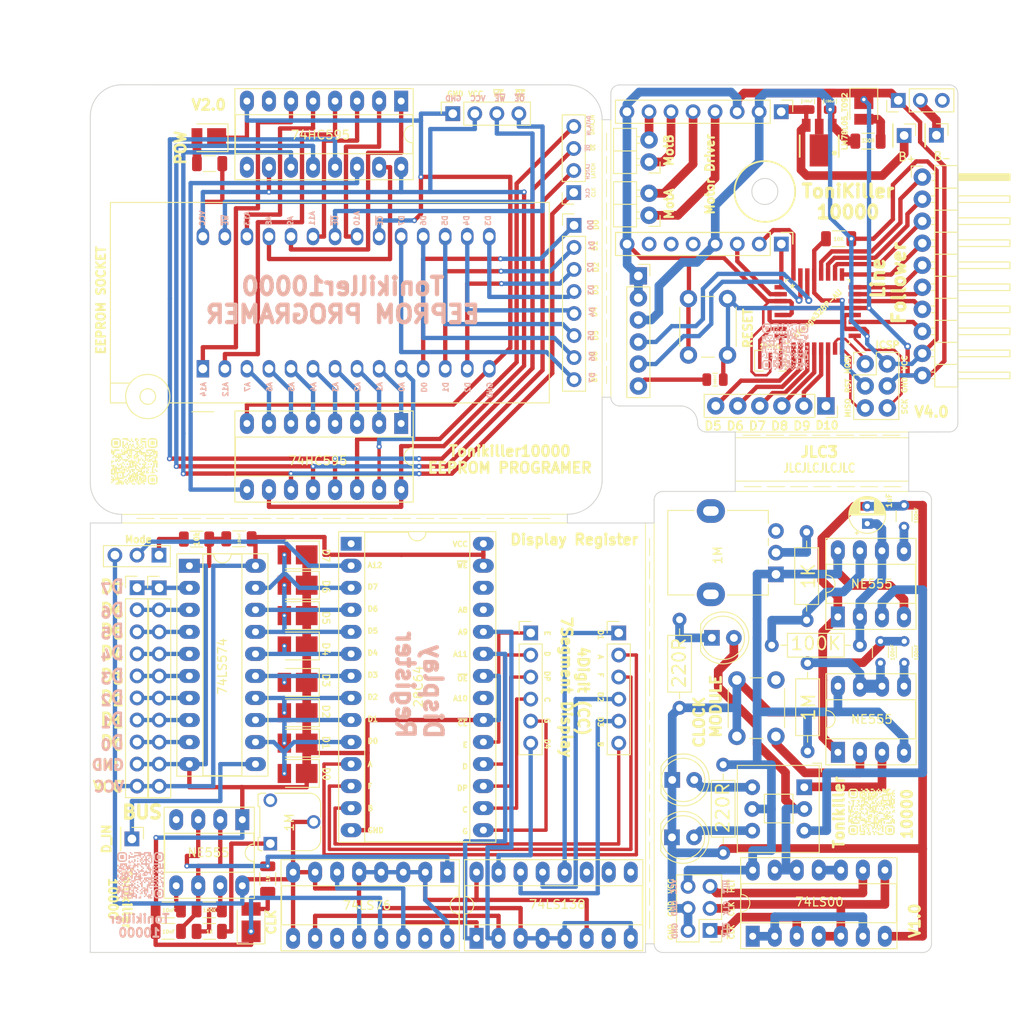
<source format=kicad_pcb>
(kicad_pcb (version 20211014) (generator pcbnew)
  (layers (0 "F.Cu" signal) (31 "B.Cu" signal) (34 "B.Paste" user) (35 "F.Paste" user) (36 "B.SilkS" user "B.Silkscreen") (37 "F.SilkS" user "F.Silkscreen") (38 "B.Mask" user) (39 "F.Mask" user) (44 "Edge.Cuts" user))
  (net 0 "")
  (footprint "Connector_PinHeader_2.54mm:PinHeader_1x08_P2.54mm_Vertical" (layer "F.Cu") (at 109.6 46.5925)
    (fp_text reference "REF**" hide)
    (fp_text value "PinHeader_1x08_P2.54mm_Vertical")
  )
  (footprint "LOGO" (layer "F.Cu") (at 143.89 114.189999 90)
    (fp_text reference "G***" hide)
    (fp_text value "LOGO" hide)
  )
  (footprint "Connector_PinHeader_2.54mm:PinHeader_1x10_P2.54mm_Vertical" (layer "F.Cu") (at 59.225 88.365)
    (fp_text reference "BUS" hide)
    (fp_text value "PinHeader_1x10_P2.54mm_Vertical")
  )
  (footprint "Capacitor_SMD:C_0805_2012Metric" (layer "F.Cu") (at 136.592893 32.292893 90)
    (fp_text reference "C1" hide)
    (fp_text value "100uF")
  )
  (footprint "LED_SMD:LED_PLCC_2835_Handsoldering" (layer "F.Cu") (at 77.73 99.27 180)
    (fp_text reference "REF**" hide)
    (fp_text value "LED_PLCC_2835_Handsoldering")
  )
  (footprint "Resistor_THT:R_Axial_DIN0207_L6.3mm_D2.5mm_P10.16mm_Horizontal" (layer "F.Cu") (at 121.76 102.199999 90)
    (fp_text reference "220R")
    (fp_text value "R_Axial_DIN0207_L6.3mm_D2.5mm_P10.16mm_Horizontal")
  )
  (footprint "LED_SMD:LED_PLCC_2835_Handsoldering" (layer "F.Cu") (at 77.73 102.77 180)
    (fp_text reference "REF**" hide)
    (fp_text value "LED_PLCC_2835_Handsoldering")
  )
  (footprint "78L05:PK(R-PSSO-F3)" (layer "F.Cu") (at 137.862893 38.702893 180)
    (fp_text reference "U2" hide)
    (fp_text value "LM78L05_TO92")
  )
  (footprint "Resistor_SMD:R_1206_3216Metric" (layer "F.Cu") (at 143.482893 36.882893 180)
    (fp_text reference "R2" hide)
    (fp_text value "330R")
  )
  (footprint "Resistor_SMD:R_1206_3216Metric" (layer "F.Cu") (at 70.97 82.7225)
    (fp_text reference "100nF")
    (fp_text value "R_1206_3216Metric")
  )
  (footprint "Connector_PinHeader_2.54mm:PinHeader_1x01_P2.54mm_Vertical" (layer "F.Cu") (at 58.63 117.3125 -90)
    (fp_text reference "D_IN")
    (fp_text value "PinHeader_1x01_P2.54mm_Vertical")
  )
  (footprint "LOGO" (layer "F.Cu") (at 58.91 73.79 -90)
    (fp_text reference "G***" hide)
    (fp_text value "LOGO" hide)
  )
  (footprint "Connector_PinHeader_2.54mm:PinHeader_1x03_P2.54mm_Vertical" (layer "F.Cu") (at 146.977893 32.182893 90)
    (fp_text reference "SW2" hide)
    (fp_text value "POW")
  )
  (footprint "Capacitor_SMD:C_0805_2012Metric" (layer "F.Cu") (at 139.122893 32.292893 90)
    (fp_text reference "C2" hide)
    (fp_text value "100uF")
  )
  (footprint "Connector_PinSocket_2.54mm:PinSocket_1x06_P2.54mm_Vertical" (layer "F.Cu") (at 138.632893 67.402893 -90)
    (fp_text reference "J6" hide)
    (fp_text value "Digital PINS")
  )
  (footprint "Potentiometer_THT:Potentiometer_Runtron_RM-065_Vertical" (layer "F.Cu") (at 74.587143 117.854546 90)
    (fp_text reference "1M")
    (fp_text value "Potentiometer_Runtron_RM-065_Vertical")
  )
  (footprint "Connector_PinHeader_2.54mm:PinHeader_1x02_P2.54mm_Horizontal" (layer "F.Cu") (at 118.247893 45.432893 180)
    (fp_text reference "J3" hide)
    (fp_text value "MotA")
  )
  (footprint "Button_Switch_THT:SW_PUSH_6mm" (layer "F.Cu") (at 122.789294 61.538292 90)
    (fp_text reference "SW1" hide)
    (fp_text value "RESET")
  )
  (footprint "Capacitor_THT:C_Disc_D3.0mm_W1.6mm_P2.50mm" (layer "F.Cu") (at 147.6463 81.349999 90)
    (fp_text reference "100nF")
    (fp_text value "C_Disc_D3.0mm_W1.6mm_P2.50mm")
  )
  (footprint "Connector_PinHeader_2.54mm:PinHeader_2x03_P2.54mm_Vertical" (layer "F.Cu") (at 143.169294 62.558292)
    (fp_text reference "J2" hide)
    (fp_text value "ICSP")
  )
  (footprint "Resistor_SMD:R_1206_3216Metric" (layer "F.Cu") (at 67.59 39.47)
    (fp_text reference "REF**" hide)
    (fp_text value "R_1206_3216Metric")
  )
  (footprint "Resistor_SMD:R_1206_3216Metric" (layer "F.Cu") (at 140.102893 48.132893)
    (fp_text reference "R1" hide)
    (fp_text value "10K")
  )
  (footprint "Connector_PinHeader_2.54mm:PinHeader_1x03_P2.54mm_Vertical" (layer "F.Cu") (at 61.755 84.605 -90)
    (fp_text reference "Mode")
    (fp_text value "PinHeader_1x03_P2.54mm_Vertical")
  )
  (footprint "Package_DIP:DIP-16_W7.62mm_Socket_LongPads" (layer "F.Cu") (at 94.99 121.15 -90)
    (fp_text reference "74LS76")
    (fp_text value "DIP-16_W7.62mm_Socket_LongPads")
  )
  (footprint "Connector_PinHeader_2.54mm:MotorDriver111" (layer "F.Cu") (at 126.360393 41.707893 -90)
    (fp_text reference "U3" hide)
    (fp_text value "Motor Driver")
  )
  (footprint "Socket:DIP_Socket-28_W11.9_W12.7_W15.24_W17.78_W18.5_3M_228-1277-00-0602J" (layer "F.Cu") (at 66.81 63.12 90)
    (fp_text reference "EEPROM SOCKET")
    (fp_text value "DIP_Socket-28_W11.9_W12.7_W15.24_W17.78_W18.5_3M_228-1277-00-0602J")
  )
  (footprint "Capacitor_THT:C_Disc_D3.0mm_W1.6mm_P2.50mm" (layer "F.Cu") (at 144.92 94.529999 -90)
    (fp_text reference "100nF")
    (fp_text value "C_Disc_D3.0mm_W1.6mm_P2.50mm")
  )
  (footprint "Resistor_SMD:R_1206_3216Metric" (layer "F.Cu") (at 62.827143 127.964546)
    (fp_text reference "10nF")
    (fp_text value "R_1206_3216Metric")
  )
  (footprint "LED_SMD:LED_PLCC_2835_Handsoldering" (layer "F.Cu") (at 77.73 109.77 180)
    (fp_text reference "REF**" hide)
    (fp_text value "LED_PLCC_2835_Handsoldering")
  )
  (footprint "Connector_PinSocket_2.54mm:PinSocket_1x04_P2.54mm_Vertical" (layer "F.Cu") (at 109.565 42.81 180)
    (fp_text reference "REF**" hide)
    (fp_text value "PinSocket_1x04_P2.54mm_Vertical")
  )
  (footprint "Resistor_SMD:R_1206_3216Metric" (layer "F.Cu") (at 66.08 82.75)
    (fp_text reference "10k")
    (fp_text value "R_1206_3216Metric")
  )
  (footprint "Package_DIP:DIP-8_W7.62mm_Socket_LongPads" (layer "F.Cu") (at 140.01 91.719999 90)
    (fp_text reference "NE555")
    (fp_text value "DIP-8_W7.62mm_Socket_LongPads")
  )
  (footprint "Capacitor_SMD:C_0805_2012Metric" (layer "F.Cu") (at 125.852893 64.372893)
    (fp_text reference "C3" hide)
    (fp_text value "100nF")
  )
  (footprint "LED_THT:LED_D5.0mm" (layer "F.Cu") (at 120.915 110.509999)
    (fp_text reference "ON" hide)
    (fp_text value "LED_D5.0mm")
  )
  (footprint "Connector_PinHeader_2.54mm:PinHeader_1x06_P2.54mm_Vertical" (layer "F.Cu") (at 104.6 93.575)
    (fp_text reference "REF**" hide)
    (fp_text value "PinHeader_1x06_P2.54mm_Vertical")
  )
  (footprint "LED_SMD:LED_PLCC_2835_Handsoldering" (layer "F.Cu") (at 77.73 88.07 180)
    (fp_text reference "REF**" hide)
    (fp_text value "LED_PLCC_2835_Handsoldering")
  )
  (footprint "Capacitor_THT:CP_Radial_D4.0mm_P2.00mm" (layer "F.Cu") (at 143.3963 80.972598 90)
    (fp_text reference "1uF")
    (fp_text value "CP_Radial_D4.0mm_P2.00mm")
  )
  (footprint "Package_DIP:DIP-16_W7.62mm_Socket_LongPads" (layer "F.Cu") (at 89.67 69.4275 -90)
    (fp_text reference "74HC595")
    (fp_text value "DIP-16_W7.62mm_Socket_LongPads")
  )
  (footprint "Capacitor_THT:C_Disc_D3.0mm_W1.6mm_P2.50mm" (layer "F.Cu") (at 147.67 94.529999 -90)
    (fp_text reference "100nF")
    (fp_text value "C_Disc_D3.0mm_W1.6mm_P2.50mm")
  )
  (footprint "LED_THT:LED_D5.0mm" (layer "F.Cu") (at 125.485 94.139999)
    (fp_text reference "ON" hide)
    (fp_text value "LED_D5.0mm")
  )
  (footprint "Potentiometer_THT:Potentiometer_Alpha_RD901F-40-00D_Single_Vertical" (layer "F.Cu") (at 132.875 86.819999 180)
    (fp_text reference "1M")
    (fp_text value "Potentiometer_Alpha_RD901F-40-00D_Single_Vertical")
  )
  (footprint "Package_DIP:DIP-20_W7.62mm_Socket_LongPads" (layer "F.Cu") (at 65.255 85.83)
    (fp_text reference "74LS574")
    (fp_text value "DIP-20_W7.62mm_Socket_LongPads")
  )
  (footprint "Connector_PinHeader_2.54mm:PinHeader_1x01_P2.54mm_Vertical" (layer "F.Cu") (at 147.652893 36.232893 -90)
    (fp_text reference "J8" hide)
    (fp_text value "B+")
  )
  (footprint "Package_DIP:DIP-8_W7.62mm_Socket_LongPads" (layer "F.Cu") (at 71.357143 115.094546 -90)
    (fp_text reference "NE555")
    (fp_text value "DIP-8_W7.62mm_Socket_LongPads")
  )
  (footprint "Crystal:Resonator_SMD_Murata_CSTxExxV-3Pin_3.0x1.1mm" (layer "F.Cu") (at 132.212893 62.192893)
    (fp_text reference "Y1" hide)
    (fp_text value "16MHz")
  )
  (footprint "Button_Switch_THT:SW_PUSH_6mm" (layer "F.Cu") (at 132.87 98.989999 -90)
    (fp_text reference "REF**" hide)
    (fp_text value "SW_PUSH_6mm")
  )
  (footprint "Resistor_THT:R_Axial_DIN0207_L6.3mm_D2.5mm_P10.16mm_Horizontal" (layer "F.Cu") (at 136.52 97.049999 -90)
    (fp_text reference "1M")
    (fp_text value "R_Axial_DIN0207_L6.3mm_D2.5mm_P10.16mm_Horizontal")
  )
  (footprint "Button_Switch_THT:SW_Push_2P2T_Toggle_CK_PVA2xxH4xxxxxxV2" (layer "F.Cu") (at 136.14 111.359999 -90)
    (fp_text reference "MODE" hide)
    (fp_text value "SW_Push_2P2T_Toggle_CK_PVA2xxH4xxxxxxV2")
  )
  (footprint "Resistor_SMD:R_1206_3216Metric" (layer "F.Cu") (at 67.547143 125.484546)
    (fp_text reference "100K")
    (fp_text value "R_1206_3216Metric")
  )
  (footprint "Connector_PinSocket_2.54mm:PinSocket_1x06_P2.54mm_Vertical" (layer "F.Cu") (at 117.014294 52.413292)
    (fp_text reference "J1" hide)
    (fp_text value "Conn_01x06_MountingPin")
  )
  (footprint "LED_SMD:LED_PLCC_2835" (layer "F.Cu") (at 143.002893 32.982893 -90)
    (fp_text reference "D1" hide)
    (fp_text value "POW")
  )
  (footprint "Connector_PinHeader_2.54mm:PinHeader_1x10_P2.54mm_Horizontal" (layer "F.Cu") (at 149.747893 41.027893)
    (fp_text reference "J5" hide)
    (fp_text value "Conn_01x10")
  )
  (footprint "LED_SMD:LED_PLCC_2835" (layer "F.Cu") (at 67.5025 36.4875 180)
    (fp_text reference "REF**" hide)
    (fp_text value "LED_PLCC_2835" hide)
  )
  (footprint "Package_DIP:DIP-16_W7.62mm_Socket_LongPads" (layer "F.Cu") (at 89.67 32.27 -90)
    (fp_text reference "74HC595")
    (fp_text value "DIP-16_W7.62mm_Socket_LongPads")
  )
  (footprint "Resistor_THT:R_Axial_DIN0207_L6.3mm_D2.5mm_P10.16mm_Horizontal" (layer "F.Cu") (at 136.41 81.939999 -90)
    (fp_text reference "1K")
    (fp_text value "R_Axial_DIN0207_L6.3mm_D2.5mm_P10.16mm_Horizontal")
  )
  (footprint "Package_DIP:DIP-16_W7.62mm_Socket_LongPads" (layer "F.Cu") (at 98.357143 128.765455 90)
    (fp_text reference "74LS138")
    (fp_text value "DIP-16_W7.62mm_Socket_LongPads")
  )
  (footprint "LED_SMD:LED_PLCC_2835_Handsoldering" (layer "F.Cu") (at 77.73 95.07 180)
    (fp_text reference "REF**" hide)
    (fp_text value "LED_PLCC_2835_Handsoldering")
  )
  (footprint "LED_SMD:LED_PLCC_2835_Handsoldering" (layer "F.Cu") (at 77.73 84.57 180)
    (fp_text reference "REF**" hide)
    (fp_text value "LED_PLCC_2835_Handsoldering")
  )
  (footprint "LED_SMD:LED_PLCC_2835_Handsoldering" (layer "F.Cu") (at 77.73 91.57 180)
    (fp_text reference "REF**" hide)
    (fp_text value "LED_PLCC_2835_Handsoldering")
  )
  (footprint "Connector_PinHeader_2.54mm:PinHeader_1x10_P2.54mm_Vertical" (layer "F.Cu") (at 61.775 88.375)
    (fp_text reference "BUS")
    (fp_text value "PinHeader_1x10_P2.54mm_Vertical")
  )
  (footprint "Package_DIP:DIP-14_W7.62mm_Socket_LongPads" (layer "F.Cu") (at 130.195 128.529999 90)
    (fp_text reference "74LS00")
    (fp_text value "DIP-14_W7.62mm_Socket_LongPads")
  )
  (footprint "Resistor_THT:R_Axial_DIN0207_L6.3mm_D2.5mm_P10.16mm_Horizontal" (layer "F.Cu") (at 126.79 118.914999 90)
    (fp_text reference "220R")
    (fp_text value "R_Axial_DIN0207_L6.3mm_D2.5mm_P10.16mm_Horizontal")
  )
  (footprint "Connector_PinSocket_2.54mm:PinSocket_1x04_P2.54mm_Vertical" (layer "F.Cu") (at 95.62 33.715 90)
    (fp_text reference "REF**" hide)
    (fp_text value "PinSocket_1x04_P2.54mm_Vertical")
  )
  (footprint "Connector_PinHeader_2.54mm:PinHeader_2x03_P2.54mm_Vertical" (layer "F.Cu") (at 125.28 127.859999 180)
    (fp_text reference "REF**" hide)
    (fp_text value "PinHeader_2x03_P2.54mm_Vertical")
  )
  (footprint "Package_DIP:DIP-28_W15.24mm_Socket_LongPads" (layer "F.Cu") (at 83.905 83.285)
    (fp_text reference "28C64")
    (fp_text value "DIP-28_W15.24mm_Socket_LongPads")
  )
  (footprint "Connector_PinHeader_2.54mm:PinHeader_1x02_P2.54mm_Horizontal" (layer "F.Cu") (at 118.247893 39.282893 180)
    (fp_text reference "J4" hide)
    (fp_text value "MotB")
  )
  (footprint "LED_SMD:LED_PLCC_2835_Handsoldering" (layer "F.Cu") (at 72.367143 126.914546 90)
    (fp_text reference "CLK")
    (fp_text value "LED_PLCC_2835_Handsoldering")
  )
  (footprint "Resistor_SMD:R_1206_3216Metric" (layer "F.Cu") (at 62.827143 125.494546)
    (fp_text reference "10nF")
    (fp_text value "R_1206_3216Metric")
  )
  (footprint "Connector_PinHeader_2.54mm:PinHeader_1x06_P2.54mm_Vertical" (layer "F.Cu") (at 114.75 93.575)
    (fp_text reference "REF**" hide)
    (fp_text value "PinHeader_1x06_P2.54mm_Vertical")
  )
  (footprint "TQFP32_32A_MCH" (layer "F.Cu") (at 137.689293 56.522892)
    (fp_text reference "U1" hide)
    (fp_text value "ATmega328P-AU ")
  )
  (footprint "Connector_PinHeader_2.54mm:PinHeader_1x01_P2.54mm_Vertical" (layer "F.Cu") (at 151.372893 36.202893 -90)
    (fp_text reference "J9" hide)
    (fp_text value "B-")
  )
  (footprint "Resistor_THT:R_Axial_DIN0207_L6.3mm_D2.5mm_P10.16mm_Horizontal" (layer "F.Cu") (at 132.39 94.986299)
    (fp_text reference "100K")
    (fp_text value "R_Axial_DIN0207_L6.3mm_D2.5mm_P10.16mm_Horizontal")
  )
  (footprint "LED_SMD:LED_PLCC_2835_Handsoldering" (layer "F.Cu") (at 77.73 106.27 180)
    (fp_text reference "REF**" hide)
    (fp_text value "LED_PLCC_2835_Handsoldering")
  )
  (footprint "Resistor_SMD:R_1206_3216Metric" (layer "F.Cu") (at 74.287143 121.934546 90)
    (fp_text reference "1K")
    (fp_text value "R_1206_3216Metric")
  )
  (footprint "Package_DIP:DIP-8_W7.62mm_Socket_LongPads" (layer "F.Cu") (at 140.02 107.329999 90)
    (fp_text reference "NE555")
    (fp_text value "DIP-8_W7.62mm_Socket_LongPads")
  )
  (footprint "Resistor_SMD:R_1206_3216Metric" (layer "F.Cu") (at 67.547143 127.974546)
    (fp_text reference "1K")
    (fp_text value "R_1206_3216Metric")
  )
  (footprint "LED_THT:LED_D5.0mm" (layer "F.Cu") (at 120.89 117.134999)
    (fp_text reference "ON" hide)
    (fp_text value "LED_D5.0mm")
  )
  (footprint "LOGO" (layer "B.Cu") (at 133.932893 60.562893 -90)
    (fp_text reference "G***" hide)
    (fp_text value "LOGO" hide)
  )
  (footprint "LOGO" (layer "B.Cu") (at 59.62 121.5025 180)
    (fp_text reference "G***" hide)
    (fp_text value "LOGO" hide)
  )
  (gr_line (start 118.31 120.32) (end 118.31 122.32) (layer "F.SilkS") (width 0.1))
  (gr_line (start 69.22 80.37) (end 67.22 80.37) (layer "F.SilkS") (width 0.1))
  (gr_line (start 148.18 77.26) (end 128.18 77.26) (layer "F.SilkS") (width 0.1))
  (gr_line (start 113.84 34.4) (end 113.84 66.42) (layer "F.SilkS") (width 0.1))
  (gr_line (start 113.34 40.64) (end 113.34 38.64) (layer "F.SilkS") (width 0.1))
  (gr_line (start 139.1 70.78) (end 137.1 70.78) (layer "F.SilkS") (width 0.1))
  (gr_line (start 128.18 71.07) (end 148.18 71.07) (layer "F.SilkS") (width 0.1))
  (gr_line (start 57.44 79.9) (end 108.84 79.89) (layer "F.SilkS") (width 0.1))
  (gr_line (start 96.1 80.37) (end 94.1 80.37) (layer "F.SilkS") (width 0.1))
  (gr_line (start 113.34 59.48) (end 113.34 57.48) (layer "F.SilkS") (width 0.1))
  (gr_line (start 141.96 76.71) (end 139.96 76.71) (layer "F.SilkS") (width 0.1))
  (gr_line (start 148.18 70.41) (end 128.18 70.41) (layer "F.SilkS") (width 0.1))
  (gr_line (start 113.34 56.74) (end 113.34 54.74) (layer "F.SilkS") (width 0.1))
  (gr_line (start 118.31 122.98) (end 118.31 124.98) (layer "F.SilkS") (width 0.1))
  (gr_line (start 139.22 76.71) (end 137.22 76.71) (layer "F.SilkS") (width 0.1))
  (gr_line (start 113.34 51.4) (end 113.34 49.4) (layer "F.SilkS") (width 0.1))
  (gr_line (start 113.34 54.06) (end 113.34 52.06) (layer "F.SilkS") (width 0.1))
  (gr_line (start 118.31 112.22) (end 118.31 114.22) (layer "F.SilkS") (width 0.1))
  (gr_line (start 147.3 76.71) (end 145.3 76.71) (layer "F.SilkS") (width 0.1))
  (gr_line (start 118.31 93.42) (end 118.31 95.42) (layer "F.SilkS") (width 0.1))
  (gr_line (start 90.76 80.37) (end 88.76 80.37) (layer "F.SilkS") (width 0.1))
  (gr_line (start 136.42 70.78) (end 134.42 70.78) (layer "F.SilkS") (width 0.1))
  (gr_line (start 147.18 70.78) (end 145.18 70.78) (layer "F.SilkS") (width 0.1))
  (gr_line (start 106.86 80.37) (end 104.86 80.37) (layer "F.SilkS") (width 0.1))
  (gr_line (start 66.54 80.37) (end 64.54 80.37) (layer "F.SilkS") (width 0.1))
  (gr_line (start 118.31 96.1) (end 118.31 98.1) (layer "F.SilkS") (width 0.1))
  (gr_line (start 141.84 70.78) (end 139.84 70.78) (layer "F.SilkS") (width 0.1))
  (gr_circle (center 131.592893 42.682893) (end 135.092893 42.682893) (layer "F.SilkS") (width 0.2) (fill none))
  (gr_line (start 118.31 109.56) (end 118.31 111.56) (layer "F.SilkS") (width 0.1))
  (gr_line (start 118.84 129.42) (end 118.83 80.9) (layer "F.SilkS") (width 0.1))
  (gr_line (start 85.34 80.37) (end 83.34 80.37) (layer "F.SilkS") (width 0.1))
  (gr_line (start 144.64 76.71) (end 142.64 76.71) (layer "F.SilkS") (width 0.1))
  (gr_line (start 133.88 76.71) (end 131.88 76.71) (layer "F.SilkS") (width 0.1))
  (gr_line (start 118.31 82.66) (end 118.31 84.66) (layer "F.SilkS") (width 0.1))
  (gr_line (start 118.31 85.34) (end 118.31 87.34) (layer "F.SilkS") (width 0.1))
  (gr_line (start 57.44 80.9) (end 108.83 80.9) (layer "F.SilkS") (width 0.1))
  (gr_line (start 113.34 48.72) (end 113.34 46.72) (layer "F.SilkS") (width 0.1))
  (gr_line (start 118.31 106.86) (end 118.31 108.86) (layer "F.SilkS") (width 0.1))
  (gr_line (start 113.34 62.16) (end 113.34 60.16) (layer "F.SilkS") (width 0.1))
  (gr_line (start 113.34 43.3) (end 113.34 41.3) (layer "F.SilkS") (width 0.1))
  (gr_line (start 118.31 104.18) (end 118.31 106.18) (layer "F.SilkS") (width 0.1))
  (gr_line (start 136.54 76.71) (end 134.54 76.71) (layer "F.SilkS") (width 0.1))
  (gr_line (start 113.34 45.98) (end 113.34 43.98) (layer "F.SilkS") (width 0.1))
  (gr_line (start 118.31 117.64) (end 118.31 119.64) (layer "F.SilkS") (width 0.1))
  (gr_line (start 104.2 80.37) (end 102.2 80.37) (layer "F.SilkS") (width 0.1))
  (gr_line (start 71.96 80.37) (end 69.96 80.37) (layer "F.SilkS") (width 0.1))
  (gr_line (start 93.44 80.37) (end 91.44 80.37) (layer "F.SilkS") (width 0.1))
  (gr_line (start 80 80.37) (end 78 80.37) (layer "F.SilkS") (width 0.1))
  (gr_line (start 74.64 80.37) (end 72.64 80.37) (layer "F.SilkS") (width 0.1))
  (gr_line (start 148.18 76.07) (end 128.18 76.07) (layer "F.SilkS") (width 0.1))
  (gr_line (start 112.84 34.4) (end 112.84 66.41) (layer "F.SilkS") (width 0.1))
  (gr_line (start 118.31 98.84) (end 118.31 100.84) (layer "F.SilkS") (width 0.1))
  (gr_line (start 82.68 80.37) (end 80.68 80.37) (layer "F.SilkS") (width 0.1))
  (gr_line (start 61.2 80.37) (end 59.2 80.37) (layer "F.SilkS") (width 0.1))
  (gr_line (start 98.78 80.37) (end 96.78 80.37) (layer "F.SilkS") (width 0.1))
  (gr_line (start 118.31 90.76) (end 118.31 92.76) (layer "F.SilkS") (width 0.1))
  (gr_line (start 101.52 80.37) (end 99.52 80.37) (layer "F.SilkS") (width 0.1))
  (gr_line (start 63.88 80.37) (end 61.88 80.37) (layer "F.SilkS") (width 0.1))
  (gr_line (start 118.31 88.08) (end 118.31 90.08) (layer "F.SilkS") (width 0.1))
  (gr_line (start 144.52 70.78) (end 142.52 70.78) (layer "F.SilkS") (width 0.1))
  (gr_line (start 118.31 101.52) (end 118.31 103.52) (layer "F.SilkS") (width 0.1))
  (gr_line (start 131.2 76.71) (end 129.2 76.71) (layer "F.SilkS") (width 0.1))
  (gr_line (start 133.76 70.78) (end 131.76 70.78) (layer "F.SilkS") (width 0.1))
  (gr_line (start 113.34 37.96) (end 113.34 35.96) (layer "F.SilkS") (width 0.1))
  (gr_line (start 117.84 129.42) (end 117.83 80.9) (layer "F.SilkS") (width 0.1))
  (gr_line (start 118.31 125.66) (end 118.31 127.66) (layer "F.SilkS") (width 0.1))
  (gr_line (start 77.3 80.37) (end 75.3 80.37) (layer "F.SilkS") (width 0.1))
  (gr_line (start 113.34 64.82) (end 113.34 62.82) (layer "F.SilkS") (width 0.1))
  (gr_line (start 118.31 114.9) (end 118.31 116.9) (layer "F.SilkS") (width 0.1))
  (gr_line (start 131.08 70.78) (end 129.08 70.78) (layer "F.SilkS") (width 0.1))
  (gr_line (start 88.02 80.37) (end 86.02 80.37) (layer "F.SilkS") (width 0.1))
  (gr_line (start 53.84 76.300076) (end 53.84 34) (layer "Edge.Cuts") (width 0.1))
  (gr_line (start 149.802891 130.402889) (end 119.83711 130.402889) (layer "Edge.Cuts") (width 0.1))
  (gr_line (start 148.18 76.07) (end 148.18 71.07) (layer "Edge.Cuts") (width 0.1))
  (gr_line (start 118.83 80.9) (end 118.83 78.257109) (layer "Edge.Cuts") (width 0.1))
  (gr_arc (start 108.832501 30.395345) (mid 111.6671 31.570003) (end 112.84 34.40535) (layer "Edge.Cuts") (width 0.1))
  (gr_line (start 113.84 34.41) (end 113.84 31.4) (layer "Edge.Cuts") (width 0.1))
  (gr_line (start 117.84 130.4) (end 53.83 130.4) (layer "Edge.Cuts") (width 0.1))
  (gr_line (start 118.83 80.9) (end 117.83 80.9) (layer "Edge.Cuts") (width 0.1))
  (gr_line (start 112.84 34.40535) (end 113.84 34.41) (layer "Edge.Cuts") (width 0.1))
  (gr_arc (start 114.84 67.405786) (mid 114.132891 67.112895) (end 113.84 66.405786) (layer "Edge.Cuts") (width 0.1))
  (gr_line (start 112.84 66.401136) (end 112.84 75.885384) (layer "Edge.Cuts") (width 0.1))
  (gr_arc (start 57.45 79.9) (mid 54.900906 78.846214) (end 53.84 76.300076) (layer "Edge.Cuts") (width 0.1))
  (gr_line (start 152.845786 30.4) (end 114.84 30.4) (layer "Edge.Cuts") (width 0.1))
  (gr_line (start 153.842893 69.402893) (end 153.845786 31.4) (layer "Edge.Cuts") (width 0.1))
  (gr_line (start 128.18 71.07) (end 128.18 70.41) (layer "Edge.Cuts") (width 0.1))
  (gr_line (start 53.833784 130.3125) (end 53.84 80.9) (layer "Edge.Cuts") (width 0.1))
  (gr_line (start 53.84 80.9) (end 57.44535 80.9) (layer "Edge.Cuts") (width 0.1))
  (gr_arc (start 118.83 78.257109) (mid 119.127655 77.550589) (end 119.837109 77.259999) (layer "Edge.Cuts") (width 0.1))
  (gr_arc (start 152.845786 30.4) (mid 153.552895 30.692891) (end 153.845786 31.4) (layer "Edge.Cuts") (width 0.1))
  (gr_line (start 117.84 80.9) (end 108.829995 80.9) (layer "Edge.Cuts") (width 0.1))
  (gr_arc (start 119.83711 130.40289) (mid 119.13 130.11) (end 118.83711 129.40289) (layer "Edge.Cuts") (width 0.1))
  (gr_line (start 112.84 66.401136) (end 113.84 66.405786) (layer "Edge.Cuts") (width 0.1))
  (gr_line (start 118.83711 129.40289) (end 117.83711 129.40289) (layer "Edge.Cuts") (width 0.1))
  (gr_line (start 57.439924 30.39) (end 108.832501 30.395345) (layer "Edge.Cuts") (width 0.1))
  (gr_circle (center 131.592893 42.682893) (end 133.092893 42.682893) (layer "Edge.Cuts") (width 0.1) (fill none))
  (gr_line (start 117.83711 129.40289) (end 117.83711 130.4) (layer "Edge.Cuts") (width 0.1))
  (gr_line (start 148.18 77.26) (end 149.80289 77.259999) (layer "Edge.Cuts") (width 0.1))
  (gr_line (start 128.18 71.07) (end 128.18 76.07) (layer "Edge.Cuts") (width 0.1))
  (gr_arc (start 113.84 31.4) (mid 114.132891 30.69289) (end 114.84 30.4) (layer "Edge.Cuts") (width 0.1))
  (gr_line (start 114.84 67.405786) (end 121.839998 67.402893) (layer "Edge.Cuts") (width 0.1))
  (gr_arc (start 124.84 70.405786) (mid 124.132891 70.112895) (end 123.84 69.405786) (layer "Edge.Cuts") (width 0.1))
  (gr_line (start 148.18 71.07) (end 148.18 70.41) (layer "Edge.Cuts") (width 0.1))
  (gr_line (start 119.837109 77.259999) (end 128.18 77.26) (layer "Edge.Cuts") (width 0.1))
  (gr_line (start 57.44535 80.9) (end 57.45 79.9) (layer "Edge.Cuts") (width 0.1))
  (gr_arc (start 121.839998 67.402893) (mid 123.254383 67.990552) (end 123.84 69.405786) (layer "Edge.Cuts") (width 0.1))
  (gr_line (start 128.18 76.07) (end 128.18 77.26) (layer "Edge.Cuts") (width 0.1))
  (gr_line (start 148.18 70.41) (end 152.842893 70.402893) (layer "Edge.Cuts") (width 0.1))
  (gr_line (start 108.829995 79.892883) (end 108.829995 80.9) (layer "Edge.Cuts") (width 0.1))
  (gr_line (start 150.80289 78.259999) (end 150.80289 129.402889) (layer "Edge.Cuts") (width 0.1))
  (gr_arc (start 153.842893 69.402893) (mid 153.549999 70.109999) (end 152.842893 70.402893) (layer "Edge.Cuts") (width 0.1))
  (gr_line (start 53.83 130.4) (end 53.83 130.3125) (layer "Edge.Cuts") (width 0.1))
  (gr_line (start 128.18 70.41) (end 124.84 70.405786) (layer "Edge.Cuts") (width 0.1))
  (gr_arc (start 149.80289 77.259999) (mid 150.51 77.552889) (end 150.80289 78.259999) (layer "Edge.Cuts") (width 0.1))
  (gr_arc (start 112.84 75.885384) (mid 111.66535 78.72001) (end 108.829995 79.892883) (layer "Edge.Cuts") (width 0.1))
  (gr_line (start 148.18 76.07) (end 148.18 77.26) (layer "Edge.Cuts") (width 0.1))
  (gr_arc (start 150.802891 129.402889) (mid 150.510001 130.109999) (end 149.802891 130.402889) (layer "Edge.Cuts") (width 0.1))
  (gr_arc (start 53.84 34) (mid 54.893784 31.450904) (end 57.439924 30.39) (layer "Edge.Cuts") (width 0.1))
  (gr_text "A9" (at 76.904464 46.078571 90) (layer "B.SilkS") (effects (font (size 0.6 0.6)) (justify mirror)))
  (gr_text "D1" (at 111.64 48.96 90) (layer "B.SilkS") (effects (font (size 0.6 0.6)) (justify mirror)))
  (gr_text "D_{5}\n" (at 56.38 93.3425) (layer "B.SilkS") (effects (font (size 1.5 1.5) (thickness 0.3)) (justify mirror)))
  (gr_text "D6" (at 111.69 61.68 90) (layer "B.SilkS") (effects (font (size 0.6 0.6)) (justify mirror)))
  (gr_text "D3" (at 111.57 54.03 90) (layer "B.SilkS") (effects (font (size 0.6 0.6)) (justify mirror)))
  (gr_text "D_{6}\n" (at 56.38 90.9425) (layer "B.SilkS") (effects (font (size 1.5 1.5) (thickness 0.3)) (justify mirror)))
  (gr_text "A6\n" (at 74.49769 65.214285 90) (layer "B.SilkS") (effects (font (size 0.6 0.6)) (justify mirror)))
  (gr_text "A11" (at 79.396848 45.792857 90) (layer "B.SilkS") (effects (font (size 0.6 0.6)) (justify mirror)))
  (gr_text "Tonikiller\n10000" (at 59.49 127.3225) (layer "B.SilkS") (effects (font (size 1 1) (thickness 0.25)) (justify mirror)))
  (gr_text "GND" (at 55.872857 108.7925) (layer "B.SilkS") (effects (font (size 1.2 1.2) (thickness 0.3)) (justify mirror)))
  (gr_text "CLK" (at 127.16 125.309999 90) (layer "B.SilkS") (effects (font (size 0.6 0.6)) (justify mirror)))
  (gr_text "A3" (at 82.11538 65.214285 90) (layer "B.SilkS") (effects (font (size 0.6 0.6)) (justify mirror)))
  (gr_text "A13" (at 71.919696 45.792857 90) (layer "B.SilkS") (effects (font (size 0.6 0.6)) (justify mirror)))
  (gr_text "D_{4}\n" (at 56.38 95.8925) (layer "B.SilkS") (effects (font (size 1.5 1.5) (thickness 0.3)) (justify mirror)))
  (gr_text "D_{3}\n" (at 56.38 98.5425) (layer "B.SilkS") (effects (font (size 1.5 1.5) (thickness 0.3)) (justify mirror)))
  (gr_text "VCC" (at 98.52 31.97) (layer "B.SilkS") (effects (font (size 0.6 0.6)) (justify mirror)))
  (gr_text "D2" (at 111.5 51.43 90) (layer "B.SilkS") (effects (font (size 0.6 0.6)) (justify mirror)))
  (gr_text "~{HLT}" (at 127.22 122.819999 90) (layer "B.SilkS") (effects (font (size 0.6 0.6)) (justify mirror)))
  (gr_text "D3" (at 99.701928 46.035714 90) (layer "B.SilkS") (effects (font (size 0.6 0.6)) (justify mirror)))
  (gr_text "VCC" (at 66.751928 45.764285 90) (layer "B.SilkS") (effects (font (size 0.6 0.6)) (justify mirror)))
  (gr_text "D4" (at 97.209536 46.035714 90) (layer "B.SilkS") (effects (font (size 0.6 0.6)) (justify mirror)))
  (gr_text "D5" (at 111.57 59.29 90) (layer "B.SilkS") (effects (font (size 0.6 0.6)) (justify mirror)))
  (gr_text "Display\n Register" (at 91.74 100.3125 270) (layer "B.SilkS") (effects (font (size 2 2) (thickness 0.5)) (justify mirror)))
  (gr_text "A1" (at 87.19384 65.214285 90) (layer "B.SilkS") (effects (font (size 0.6 0.6)) (justify mirror)))
  (gr_text "LATCH" (at 111.19 40.4 90) (layer "B.SilkS") (effects (font (size 0.4 0.4) (thickness 0.1)) (justify mirror)))
  (gr_text "D_{0}\n" (at 56.38 106.1925) (layer "B.SilkS") (effects (font (size 1.5 1.5) (thickness 0.3)) (justify mirror)))
  (gr_text "GND" (at 95.682857 31.97) (layer "B.SilkS") (effects (font (size 0.6 0.6)) (justify mirror)))
  (gr_text "D7" (at 89.732384 46.035714 90) (layer "B.SilkS") (effects (font (size 0.6 0.6)) (justify mirror)))
  (gr_text "CLK" (at 111.17 42.87 90) (layer "B.SilkS") (effects (font (size 0.4 0.4) (thickness 0.1)) (justify mirror)))
  (gr_text "D5" (at 94.717152 46.035714 90) (layer "B.SilkS") (effects (font (size 0.6 0.6)) (justify mirror)))
  (gr_text "D6" (at 92.224768 46.035714 90) (layer "B.SilkS") (effects (font (size 0.6 0.6)) (justify mirror)))
  (gr_text "~{OE}" (at 82.072232 46.035714 90) (layer "B.SilkS") (effects (font (size 0.6 0.6)) (justify mirror)))
  (gr_text "D2" (at 97.35076 65.257143 90) (layer "B.SilkS") (effects (font (size 0.6 0.6)) (justify mirror)))
  (gr_text "A7\n" (at 71.95846 65.214285 90) (layer "B.SilkS") (effects (font (size 0.6 0.6)) (justify mirror)))
  (gr_text "A14" (at 66.88 65.5 90) (layer "B.SilkS") (effects (font (size 0.6 0.6)) (justify mirror)))
  (gr_text "~{OE}" (at 111.2 37.68 90) (layer "B.SilkS") (effects (font (size 0.4 0.4) (thickness 0.1)) (justify mirror)))
  (gr_text "D1" (at 94.81153 65.257143 90) (layer "B.SilkS") (effects (font (size 0.6 0.6)) (justify mirror)))
  (gr_text "~{WE}" (at 101.057142 31.97) (layer "B.SilkS") (effects (font (size 0.6 0.6)) (justify mirror)))
  (gr_text "VCC\n" (at 55.987143 111.2925) (layer "B.SilkS") (effects (font (size 1.2 1.2) (thickness 0.3)) (justify mirror)))
  (gr_text "D0" (at 111.5 46.54 90) (layer "B.SilkS") (effects (font (size 0.6 0.6)) (justify mirror)))
  (gr_text "D0" (at 92.2723 65.257142 270) (layer "B.SilkS") (effects (font (size 0.6 0.6)) (justify mirror)))
  (gr_text "Tonikiller10000\nEEPROM PROGRAMER\n" (at 82.94 55.23) (layer "B.SilkS") (effects (font (size 2 2) (thickness 0.5)) (justify mirror)))
  (gr_text "D_{7}\n" (at 56.38 88.2425) (layer "B.SilkS") (effects (font (size 1.5 1.5) (thickness 0.3)) (justify mirror)))
  (gr_text "~{OE}" (at 103.322857 31.97) (layer "B.SilkS") (effects (font (size 0.6 0.6)) (justify mirror)))
  (gr_text "DATA_IN\n" (at 111.29 35.09 90) (layer "B.SilkS") (effects (font (size 0.4 0.4) (thickness 0.1)) (justify mirror)))
  (gr_text "VCC" (at 121.11 122.812857 90) (layer "B.SilkS") (effects (font (size 0.6 0.6)) (justify mirror)))
  (gr_text "D7" (at 111.69 64.13 90) (layer "B.SilkS") (effects (font (size 0.6 0.6)) (justify mirror)))
  (gr_text "A5" (at 77.03692 65.214285 90) (layer "B.SilkS") (effects (font (size 0.6 0.6)) (justify mirror)))
  (gr_text "A8" (at 74.41208 46.078571 90) (layer "B.SilkS") (effects (font (size 0.6 0.6)) (justify mirror)))
  (gr_text "D_{2}\n" (at 56.38 101.0425) (layer "B.SilkS") (effects (font (size 1.5 1.5) (thickness 0.3)) (justify mirror)))
  (gr_text "~{CE}" (at 87.24 46.05 90) (layer "B.SilkS") (effects (font (size 0.6 0.6)) (justify mirror)))
  (gr_text "GND" (at 121.21 127.919999 90) (layer "B.SilkS") (effects (font (size 0.6 0.6)) (justify mirror)))
  (gr_text "D4" (at 111.69 56.58 90) (layer "B.SilkS") (effects (font (size 0.6 0.6)) (justify mirror)))
  (gr_text "D_{1}\n" (at 56.38 103.5925) (layer "B.SilkS") (effects (font (size 1.5 1.5) (thickness 0.3)) (justify mirror)))
  (gr_text "A10" (at 84.564616 45.792857 90) (layer "B.SilkS") (effects (font (size 0.6 0.6)) (justify mirror)))
  (gr_text "GND" (at 99.89 65.585714 90) (layer "B.SilkS") (effects (font (size 0.6 0.6)) (justify mirror)))
  (gr_text "GND" (at 121.17 125.309999 90) (layer "B.SilkS") (effects (font (size 0.6 0.6)) (justify mirror)))
  (gr_text "A12" (at 69.41923 65.5 90) (layer "B.SilkS") (effects (font (size 0.6 0.6)) (justify mirror)))
  (gr_text "A2" (at 84.65461 65.214285 90) (layer "B.SilkS") (effects (font (size 0.6 0.6)) (justify mirror)))
  (gr_text "A0\n" (at 89.73307 65.214285 90) (layer "B.SilkS") (effects (font (size 0.6 0.6)) (justify mirror)))
  (gr_text "~{CLK}" (at 127.22 127.809999 90) (layer "B.SilkS") (effects (font (size 0.6 0.6)) (justify mirror)))
  (gr_text "A4" (at 79.57615 65.214285 90) (layer "B.SilkS") (effects (font (size 0.6 0.6)) (justify mirror)))
  (gr_text "~{WE}" (at 69.427312 46.007143 90) (layer "B.SilkS") (effects (font (size 0.6 0.6)) (justify mirror)))
  (gr_text "D1" (at 112.66 93.789999 270) (layer "F.SilkS") (effects (font (size 0.6 0.6))))
  (gr_text "A10" (at 96.501428 101.12) (layer "F.SilkS") (effects (font (size 0.6 0.6))))
  (gr_text "A" (at 86.068572 108.707272) (layer "F.SilkS") (effects (font (size 0.6 0.6))))
  (gr_text "JLC3" (at 137.87 72.71) (layer "F.SilkS") (effects (font (size 1.2 1.2) (thickness 0.3))))
  (gr_text "ToniKiller\n10000\n" (at 141.179294 43.858292) (layer "F.SilkS") (effects (font (size 1.5 1.5) (thickness 0.375))))
  (gr_text "A12" (at 86.64 85.77) (layer "F.SilkS") (effects (font (size 0.6 0.6))))
  (gr_text "SCK" (at 147.722893 67.472893 90) (layer "F.SilkS") (effects (font (size 0.6 0.6))))
  (gr_text "D4" (at 111.94 56.57 90) (layer "F.SilkS") (effects (font (size 0.6 0.6))))
  (gr_text "D4" (at 81 95.434284 270) (layer "F.SilkS") (effects (font (size 0.8 0.8))))
  (gr_text "D7" (at 81 84.645 270) (layer "F.SilkS") (effects (font (size 0.8 0.8))))
  (gr_text "D2" (at 81 102.62714 270) (layer "F.SilkS") (effects (font (size 0.8 0.8))))
  (gr_text "A9" (at 96.787143 93.472) (layer "F.SilkS") (effects (font (size 0.6 0.6))))
  (gr_text "D4" (at 86.397143 95.876364) (layer "F.SilkS") (effects (font (size 0.6 0.6))))
  (gr_text "  Line \nFollower" (at 145.839294 53.238292 90) (layer "F.SilkS") (effects (font (size 1.5 1.5) (thickness 0.375))))
  (gr_text "D7" (at 111.94 64.12 90) (layer "F.SilkS") (effects (font (size 0.6 0.6))))
  (gr_text "CLOCK \n   MODULE" (at 124.99 103.389999 90) (layer "F.SilkS") (effects (font (size 1.2 1.2) (thickness 0.3))))
  (gr_text "10000" (at 147.99 114.439999 90) (layer "F.SilkS") (effects (font (size 1.2 1.2) (thickness 0.3))))
  (gr_text "D3" (at 112.65 103.82 270) (layer "F.SilkS") (effects (font (size 0.6 0.6))))
  (gr_text "D3" (at 112.06 54.02 90) (layer "F.SilkS") (effects (font (size 0.6 0.6))))
  (gr_text "CLK" (at 127.75 125.399999 90) (layer "F.SilkS") (effects (font (size 0.6 0.6))))
  (gr_text "D1" (at 111.99 48.95 90) (layer "F.SilkS") (effects (font (size 0.6 0.6))))
  (gr_text "LATCH" (at 111.83 40.31 90) (layer "F.SilkS") (effects (font (size 0.4 0.4) (thickness 0.1))))
  (gr_text "A" (at 112.66 96.331428 270) (layer "F.SilkS") (effects (font (size 0.6 0.6))))
  (gr_text "GND" (at 95.92 31.44) (layer "F.SilkS") (effects (font (size 0.6 0.6))))
  (gr_text "V4.0" (at 150.812893 68.102893) (layer "F.SilkS") (effects (font (size 1.2 1.2) (thickness 0.3))))
  (gr_text "C" (at 106.5 101.266429 270) (layer "F.SilkS") (effects (font (size 0.6 0.6))))
  (gr_text "B" (at 112.65 106.404286 270) (layer "F.SilkS") (effects (font (size 0.6 0.6))))
  (gr_text "D_{5}\n" (at 56.325 93.35) (layer "F.SilkS") (effects (font (size 1.5 1.5) (thickness 0.3))))
  (gr_text "D1" (at 86.397143 103.499091) (layer "F.SilkS") (effects (font (size 0.6 0.6))))
  (gr_text "VCC" (at 147.712893 62.442893 90) (layer "F.SilkS") (effects (font (size 0.6 0.6))))
  (gr_text "D2" (at 112.13 51.42 90) (layer "F.SilkS") (effects (font (size 0.6 0.6))))
  (gr_text "GND" (at 86.725714 116.33) (layer "F.SilkS") (effects (font (size 0.6 0.6))))
  (gr_text "D6" (at 111.94 61.67 90) (layer "F.SilkS") (effects (font (size 0.6 0.6))))
  (gr_text "DP" (at 96.73 111.458) (layer "F.SilkS") (effects (font (size 0.6 0.6))))
  (gr_text "D5" (at 86.397143 93.335455) (layer "F.SilkS") (effects (font (size 0.6 0.6))))
  (gr_text "V2.0" (at 67.49 32.71) (layer "F.SilkS") (effects (font (size 1.2 1.2) (thickness 0.3))))
  (gr_text "D_{2}\n" (at 56.325 101.05) (layer "F.SilkS") (effects (font (size 1.5 1.5) (thickness 0.3))))
  (gr_text "D2" (at 112.65 100.95 270) (layer "F.SilkS") (effects (font (size 0.6 0.6))))
  (gr_text "A11" (at 96.501428 96.02) (layer "F.SilkS") (effects (font (size 0.6 0.6))))
  (gr_text "DATA_IN\n" (at 111.73 35 90) (layer "F.SilkS") (effects (font (size 0.4 0.4) (thickness 0.1))))
  (gr_text "GND" (at 120.78 125.361428 90) (layer "F.SilkS") (effects (font (size 0.6 0.6))))
  (gr_text "B_{+}" (at 147.962893 38.692893) (layer "F.SilkS") (effects (font (size 1 1))))
  (gr_text "D0" (at 112.13 46.53 90) (layer "F.SilkS") (effects (font (size 0.6 0.6))))
  (gr_text "GND" (at 55.85 108.8) (layer "F.SilkS") (effects (font (size 1.2 1.2) (thickness 0.3))))
  (gr_text " JLCJLCJLCJLC" (at 137.56 74.56) (layer "F.SilkS") (effects (font (size 1 0.8) (thickness 0.2))))
  (gr_text "D4" (at 106.5 106.369287 270) (layer "F.SilkS") (effects (font (size 0.6 0.6))))
  (gr_text "D6" (at 128.175702 69.705893) (layer "F.SilkS") (effects (font (size 1 1) (thickness 0.2))))
  (gr_text "MOSI\n" (at 141.162893 62.632893 90) (layer "F.SilkS") (effects (font (size 0.6 0.6))))
  (gr_text "D3" (at 86.397143 98.417273) (layer "F.SilkS") (effects (font (size 0.6 0.6))))
  (gr_text "D_{1}\n" (at 56.325 103.6) (layer "F.SilkS") (effects (font (size 1.5 1.5) (thickness 0.3))))
  (gr_text "GND" (at 147.692893 65.002893 90) (layer "F.SilkS") (effects (font (size 0.6 0.6))))
  (gr_text "V1.0\n" (at 148.88 126.739999 90) (layer "F.SilkS") (effects (font (size 1.2 1.2) (thickness 0.3))))
  (gr_text "D1" (at 81 106.223568 270) (layer "F.SilkS") (effects (font (size 0.8 0.8))))
  (gr_text "VCC" (at 120.78 122.739999 90) (layer "F.SilkS") (effects (font (size 0.6 0.6))))
  (gr_text "D_{6}\n" (at 56.325 90.95) (layer "F.SilkS") (effects (font (size 1.5 1.5) (thickness 0.3))))
  (gr_text "D5" (at 81 91.837856 270) (layer "F.SilkS") (effects (font (size 0.8 0.8))))
  (gr_text "DP" (at 106.5 98.557858 270) (layer "F.SilkS") (effects (font (size 0.6 0.6))))
  (gr_text "~{WE}" (at 96.715714 85.78) (layer "F.SilkS") (effects (font (size 0.6 0.6))))
  (gr_text "D2" (at 86.397143 100.958182) (layer "F.SilkS") (effects (font (size 0.6 0.6))))
  (gr_text "MISO\n" (at 141.182893 67.632893 90) (layer "F.SilkS") (effects (font (size 0.6 0.6))))
  (gr_text "D5" (at 125.612893 69.705893) (layer "F.SilkS") (effects (font (size 1 1) (thickness 0.2))))
  (gr_text "~{HLT}" (at 127.78 122.749999 90) (layer "F.SilkS") (effects (font (size 0.6 0.6))))
  (gr_text "Display Register" (at 109.63 82.81) (layer "F.SilkS") (effects (font (size 1.2 1.2) (thickness 0.3))))
  (gr_text "D5" (at 112.06 59.28 90) (layer "F.SilkS") (effects (font (size 0.6 0.6))))
  (gr_text "G" (at 97.03 116.44) (layer "F.SilkS") (effects (font (size 0.6 0.6))))
  (gr_text "4Digit (CC)\n7Segment Display " (at 109.7 100.275 270) (layer "F.SilkS") (effects (font (size 1.2 1.2) (thickness 0.3))))
  (gr_text "~{OE}" (at 103.4 31.46) (layer "F.SilkS") (effects (font (size 0.6 0.6))))
  (gr_text "B" (at 86.111429 113.78909) (layer "F.SilkS") (effects (font (size 0.6 0.6))))
  (gr_text "D" (at 97.03 108.967) (layer "F.SilkS") (effects (font (size 0.6 0.6))))
  (gr_text "Tonikiller10000\nEEPROM PROGRAMER\n" (at 102.2 73.58) (layer "F.SilkS") (effects (font (size 1.2 1.2) (thickness 0.3))))
  (gr_text "F" (at 112.65 98.408572 270) (layer "F.SilkS") (effects (font (size 0.6 0.6))))
  (gr_text "VCC" (at 96.472857 83.33) (layer "F.SilkS") (effects (font (size 0.6 0.6))))
  (gr_text "Tonikiller" (at 140.13 114.259999 90) (layer "F.SilkS") (effects (font (size 1.2 1.2) (thickness 0.3))))
  (gr_text "Tonikiller\n10000" (at 57.25 124.2325 270) (layer "F.SilkS") (effects (font (size 1 1) (thickness 0.25))))
  (gr_text "D0" (at 81.025 109.82 270) (layer "F.SilkS") (effects (font (size 0.8 0.8))))
  (gr_text "C" (at 97.03 113.949) (layer "F.SilkS") (effects (font (size 0.6 0.6))))
  (gr_text "D_{4}\n" (at 56.325 95.9) (layer "F.SilkS") (effects (font (size 1.5 1.5) (thickness 0.3))))
  (gr_text "D7" (at 86.397143 88.253637) (layer "F.SilkS") (effects (font (size 0.6 0.6))))
  (gr_text "CLK" (at 111.85 42.78 90) (layer "F.SilkS") (effects (font (size 0.4 0.4) (thickness 0.1))))
  (gr_text "D7\n" (at 130.738511 69.705893) (layer "F.SilkS") (effects (font (size 1 1) (thickness 0.2))))
  (gr_text "D" (at 106.51 95.985 270) (layer "F.SilkS") (effects (font (size 0.6 0.6))))
  (gr_text "D10" (at 138.762893 69.632893) (layer "F.SilkS") (effects (font (size 0.9 0.9) (thickness 0.21))))
  (gr_text "D6" (at 81 88.241428 270) (layer "F.SilkS") (effects (font (size 0.8 0.8))))
  (gr_text "RST" (at 141.192893 65.082893 90) (layer "F.SilkS") (effects (font (size 0.6 0.6))))
  (gr_text "B_{-}" (at 152.032893 38.642893) (layer "F.SilkS") (effects (font (size 1 1))))
  (gr_text "G" (at 106.5 103.675 270) (layer "F.SilkS") (effects (font (size 0.6 0.6))))
  (gr_text "F" (at 86.068572 111.248181) (layer "F.SilkS") (effects (font (size 0.6 0.6))))
  (gr_text "D0" (at 86.397143 106.04) (layer "F.SilkS") (effects (font (size 0.6 0.6))))
  (gr_text "D_{0}\n" (at 56.325 106.2) (layer "F.SilkS") (effects (font (size 1.5 1.5) (thickness 0.3))))
  (gr_text "~{OE}" (at 96.744285 98.82) (layer "F.SilkS") (effects (font (size 0.6 0.6))))
  (gr_text "VCC" (at 98.26 31.44) (layer "F.SilkS") (effects (font (size 0.6 0.6))))
  (gr_text "D9\n" (at 135.864129 69.705893) (layer "F.SilkS") (effects (font (size 1 1) (thickness 0.2))))
  (gr_text "GND" (at 120.78 128.039999 90) (layer "F.SilkS") (effects (font (size 0.6 0.6))))
  (gr_text "POW" (at 64.24 37.64 90) (layer "F.SilkS") (effects (font (size 1.2 1.2) (thickness 0.3))))
  (gr_text "~{CE}" (at 96.758571 103.985) (layer "F.SilkS") (effects (font (size 0.6 0.6))))
  (gr_text "E" (at 97.058571 106.476) (layer "F.SilkS") (effects (font (size 0.6 0.6))))
  (gr_text "E" (at 106.51 93.605 270) (layer "F.SilkS") (effects (font (size 0.6 0.6))))
  (gr_text "D3" (at 81 99.030712 270) (layer "F.SilkS") (effects (font (size 0.8 0.8))))
  (gr_text "~{CLK}" (at 127.76 128.039999 90) (layer "F.SilkS") (effects (font (size 0.6 0.6))))
  (gr_text "D6" (at 86.397143 90.794546) (layer "F.SilkS") (effects (font (size 0.6 0.6))))
  (gr_text "VCC\n" (at 55.9 111.3) (layer "F.SilkS") (effects (font (size 1.2 1.2) (thickness 0.3))))
  (gr_text "~{OE}" (at 111.82 37.59 90) (layer "F.SilkS") (effects (font (size 0.4 0.4) (thickness 0.1))))
  (gr_text "D8" (at 133.30132 69.705893) (layer "F.SilkS") (effects (font (size 1 1) (thickness 0.2))))
  (gr_text "~{WE}" (at 100.89 31.45) (layer "F.SilkS") (effects (font (size 0.6 0.6))))
  (gr_text "D_{7}\n" (at 56.325 88.25) (layer "F.SilkS") (effects (font (size 1.5 1.5) (thickness 0.3))))
  (gr_text "D_{3}\n" (at 56.325 98.55) (layer "F.SilkS") (effects (font (size 1.5 1.5) (thickness 0.3))))
  (gr_text "A8" (at 96.787143 90.93) (layer "F.SilkS") (effects (font (size 0.6 0.6))))
  (segment (start 89.67 84.56) (end 89.72 84.56) (width 0.5) (layer "F.Cu") (net 0))
  (segment (start 63.737143 122.714546) (end 63.737143 125.494546) (width 0.5) (layer "F.Cu") (net 0))
  (segment (start 132.139293 57.522892) (end 132.139293 56.322892) (width 0.5) (layer "F.Cu") (net 0))
  (segment (start 85.79 116.305) (end 85.79 107.41) (width 0.5) (layer "F.Cu") (net 0))
  (segment (start 144.945393 34.675393) (end 144.627893 34.357893) (width 1) (layer "F.Cu") (net 0))
  (segment (start 134.489294 56.922891) (end 133.422093 56.922891) (width 0.5) (layer "F.Cu") (net 0))
  (segment (start 68.817143 125.484546) (end 69.009643 125.484546) (width 0.5) (layer "F.Cu") (net 0))
  (segment (start 101.59 96.115) (end 104.6 96.115) (width 0.39) (layer "F.Cu") (net 0))
  (segment (start 74.287143 123.397046) (end 74.287143 125.389546) (width 0.5) (layer "F.Cu") (net 0))
  (segment (start 79.75 121.15) (end 77.21 121.15) (width 0.5) (layer "F.Cu") (net 0))
  (segment (start 142.91 96.999999) (end 138.27 96.999999) (width 1) (layer "F.Cu") (net 0))
  (segment (start 116.1525 98.655) (end 114.75 98.655) (width 0.39) (layer "F.Cu") (net 0))
  (segment (start 132.555393 47.142893) (end 130.955393 48.742893) (width 0.5) (layer "F.Cu") (net 0))
  (segment (start 95.7025 67.2475) (end 71.89 67.2475) (width 0.5) (layer "F.Cu") (net 0))
  (segment (start 136.489293 60.790092) (end 136.489293 63.326493) (width 0.5) (layer "F.Cu") (net 0))
  (segment (start 85.79 107.41) (end 78.78 107.41) (width 0.5) (layer "F.Cu") (net 0))
  (segment (start 134.689293 56.722892) (end 134.489294 56.922891) (width 0.5) (layer "F.Cu") (net 0))
  (segment (start 139.362893 35.052893) (end 139.362893 33.482893) (width 0.5) (layer "F.Cu") (net 0))
  (segment (start 147.202893 53.722893) (end 149.737893 51.187893) (width 0.5) (layer "F.Cu") (net 0))
  (segment (start 69.35 61.4275) (end 69.35 63.12) (width 0.5) (layer "F.Cu") (net 0))
  (segment (start 138.1663 87.549999) (end 138.1663 86.974999) (width 1) (layer "F.Cu") (net 0))
  (segment (start 102.3 111.225) (end 102.3 98.655) (width 0.39) (layer "F.Cu") (net 0))
  (segment (start 74.43 42.75) (end 74.42 42.75) (width 0.5) (layer "F.Cu") (net 0))
  (segment (start 101.59 108.685) (end 101.59 96.115) (width 0.39) (layer "F.Cu") (net 0))
  (segment (start 88.39 50.4675) (end 74.43 50.4675) (width 0.5) (layer "F.Cu") (net 0))
  (segment (start 105.97 63.28) (end 94.87 74.38) (width 0.5) (layer "F.Cu") (net 0))
  (segment (start 71.261689 111.35) (end 65.255 111.35) (width 0.5) (layer "F.Cu") (net 0))
  (segment (start 133.98 112.839999) (end 135 113.859999) (width 1) (layer "F.Cu") (net 0))
  (segment (start 89.67 72.04) (end 89.67 77.0475) (width 0.5) (layer "F.Cu") (net 0))
  (segment (start 84.59 36.82) (end 84.59 32.27) (width 0.5) (layer "F.Cu") (net 0))
  (segment (start 140.355 124.859999) (end 140.355 128.529999) (width 1) (layer "F.Cu") (net 0))
  (segment (start 71.357143 121.964546) (end 77.21 121.964546) (width 0.5) (layer "F.Cu") (net 0))
  (segment (start 142.56 107.329999) (end 142.56 109.689999) (width 1) (layer "F.Cu") (net 0))
  (segment (start 67.5425 82.7225) (end 67.5425 82.75) (width 0.5) (layer "F.Cu") (net 0))
  (segment (start 135.689294 52.255692) (end 135.689294 55.076492) (width 0.5) (layer "F.Cu") (net 0))
  (segment (start 142.020393 36.882893) (end 141.192893 36.882893) (width 1) (layer "F.Cu") (net 0))
  (segment (start 135.275 128.529999) (end 135.275 126.329999) (width 1) (layer "F.Cu") (net 0))
  (segment (start 135.762893 40.192893) (end 136.422893 40.852893) (width 1) (layer "F.Cu") (net 0))
  (segment (start 130.062893 59.562893) (end 131.412893 58.212893) (width 0.3) (layer "F.Cu") (net 0))
  (segment (start 136.422893 40.852893) (end 145.142893 40.852893) (width 1) (layer "F.Cu") (net 0))
  (segment (start 135.689292 63.116494) (end 133.602893 65.202893) (width 0.5) (layer "F.Cu") (net 0))
  (segment (start 150.629693 63.887893) (end 152.289294 62.228292) (width 0.5) (layer "F.Cu") (net 0))
  (segment (start 144.627893 34.357893) (end 143.002893 34.357893) (width 1) (layer "F.Cu") (net 0))
  (segment (start 68.98 43.88) (end 69.0525 43.8075) (width 0.5) (layer "F.Cu") (net 0))
  (segment (start 79.51 35.42) (end 79.51 32.27) (width 0.5) (layer "F.Cu") (net 0))
  (segment (start 133.602893 65.202893) (end 130.672893 65.202893) (width 0.5) (layer "F.Cu") (net 0))
  (segment (start 92.21 63.12) (end 92.21 50.4475) (width 0.5) (layer "F.Cu") (net 0))
  (segment (start 143.392893 58.822893) (end 143.392893 59.392893) (width 0.5) (layer "F.Cu") (net 0))
  (segment (start 133.98 109.659999) (end 133.98 112.839999) (width 1) (layer "F.Cu") (net 0))
  (segment (start 83.905 116.305) (end 85.79 116.305) (width 0.5) (layer "F.Cu") (net 0))
  (segment (start 62.97 73.48) (end 82.05 73.48) (width 0.5) (layer "F.Cu") (net 0))
  (segment (start 146.492893 60.932893) (end 147.342893 61.782893) (width 0.3) (layer "F.Cu") (net 0))
  (segment (start 149.78 118.419999) (end 149.78 118.499999) (width 1) (layer "F.Cu") (net 0))
  (segment (start 61.755 82.75) (end 61.755 84.605) (width 0.5) (layer "F.Cu") (net 0))
  (segment (start 139.952893 51.052893) (end 144.802893 51.052893) (width 0.5) (layer "F.Cu") (net 0))
  (segment (start 81.3925 118.515) (end 116.1525 118.515) (width 0.39) (layer "F.Cu") (net 0))
  (segment (start 68.817143 115.094546) (end 68.817143 120.424546) (width 0.5) (layer "F.Cu") (net 0))
  (segment (start 119.964693 42.892893) (end 123.320393 39.537193) (width 1) (layer "F.Cu") (net 0))
  (segment (start 82.05 73.48) (end 82.05 77.0475) (width 0.5) (layer "F.Cu") (net 0))
  (segment (start 66.81 43.88) (end 68.98 43.88) (width 0.5) (layer "F.Cu") (net 0))
  (segment (start 68.4025 36.4875) (end 71.89 36.4875) (width 0.5) (layer "F.Cu") (net 0))
  (segment (start 100.9225 106.145) (end 100.9225 93.575) (width 0.39) (layer "F.Cu") (net 0))
  (segment (start 79.587143 115.354546) (end 77.21 115.354546) (width 0.5) (layer "F.Cu") (net 0))
  (segment (start 132.87 106.349999) (end 132.87 105.489999) (width 1) (layer "F.Cu") (net 0))
  (segment (start 89.72 84.56) (end 99.145 84.56) (width 0.5) (layer "F.Cu") (net 0))
  (segment (start 133.730393 33.242893) (end 133.480393 33.492893) (width 1) (layer "F.Cu") (net 0))
  (segment (start 84.81 121.15) (end 84.83 121.15) (width 0.5) (layer "F.Cu") (net 0))
  (segment (start 82.0525 113.765) (end 83.905 113.765) (width 0.39) (layer "F.Cu") (net 0))
  (segment (start 128.025 96.124999) (end 126.22 97.929999) (width 1) (layer "F.Cu") (net 0))
  (segment (start 151.392893 40.272893) (end 150.342893 39.222893) (width 0.5) (layer "F.Cu") (net 0))
  (segment (start 71.89 67.2475) (end 71.89 69.4275) (width 0.5) (layer "F.Cu") (net 0))
  (segment (start 107.09 63.63) (end 95.51 75.21) (width 0.5) (layer "F.Cu") (net 0))
  (segment (start 138.1663 82.699999) (end 141.893701 78.972598) (width 1) (layer "F.Cu") (net 0))
  (segment (start 70.087143 127.974546) (end 70.087143 117.854546) (width 0.5) (layer "F.Cu") (net 0))
  (segment (start 126.05 123.549999) (end 142.895 123.549999) (width 1) (layer "F.Cu") (net 0))
  (segment (start 98.357143 124.34) (end 92.45 124.34) (width 0.5) (layer "F.Cu") (net 0))
  (segment (start 134.889294 52.255692) (end 134.889294 47.649294) (width 0.5) (layer "F.Cu") (net 0))
  (segment (start 147.342893 61.782893) (end 147.342893 66.012893) (width 0.3) (layer "F.Cu") (net 0))
  (segment (start 146.352893 41.912893) (end 146.352893 45.902893) (width 0.5) (layer "F.Cu") (net 0))
  (segment (start 103.84 42.75) (end 103.84 62.78) (width 0.5) (layer "F.Cu") (net 0))
  (segment (start 97.29 63.12) (end 97.29 53.3075) (width 0.5) (layer "F.Cu") (net 0))
  (segment (start 76.97 32.27) (end 76.97 34.7) (width 0.5) (layer "F.Cu") (net 0))
  (segment (start 133.422093 53.722893) (end 133.495393 53.649593) (width 0.5) (layer "F.Cu") (net 0))
  (segment (start 141.893701 78.972598) (end 143.3963 78.972598) (width 1) (layer "F.Cu") (net 0))
  (segment (start 66.277143 125.484546) (end 66.084643 125.484546) (width 0.5) (layer "F.Cu") (net 0))
  (segment (start 141.956493 57.722892) (end 148.682892 57.722892) (width 0.5) (layer "F.Cu") (net 0))
  (segment (start 66.277143 122.714546) (end 66.277143 125.484546) (width 0.5) (layer "F.Cu") (net 0))
  (segment (start 77.21 121.15) (end 77.21 128.77) (width 0.5) (layer "F.Cu") (net 0))
  (segment (start 141.956493 56.122893) (end 134.689293 56.122892) (width 0.5) (layer "F.Cu") (net 0))
  (segment (start 147.342893 66.012893) (end 145.717893 67.637893) (width 0.3) (layer "F.Cu") (net 0))
  (segment (start 128.842893 64.492893) (end 125.932893 67.402893) (width 0.5) (layer "F.Cu") (net 0))
  (segment (start 94.58 72.04) (end 89.67 72.04) (width 0.5) (layer "F.Cu") (net 0))
  (segment (start 68.817143 120.424546) (end 66.277143 120.424546) (width 0.5) (layer "F.Cu") (net 0))
  (segment (start 128.400393 33.492893) (end 128.400393 32.155393) (width 1) (layer "F.Cu") (net 0))
  (segment (start 66.084643 125.867046) (end 64.289643 127.662046) (width 0.5) (layer "F.Cu") (net 0))
  (segment (start 136.489293 52.255692) (end 136.489293 55.079293) (width 0.5) (layer "F.Cu") (net 0))
  (segment (start 127.23 125.329999) (end 127.22 125.319999) (width 1) (layer "F.Cu") (net 0))
  (segment (start 149.747893 58.787893) (end 149.747893 58.807893) (width 0.5) (layer "F.Cu") (net 0))
  (segment (start 74.43 77.0475) (end 74.43 79.0275) (width 0.5) (layer "F.Cu") (net 0))
  (segment (start 79.75 128.77) (end 79.75 126.18) (width 0.5) (layer "F.Cu") (net 0))
  (segment (start 115.715393 48.742893) (end 117.305393 50.332893) (width 0.5) (layer "F.Cu") (net 0))
  (segment (start 99.145 108.685) (end 101.59 108.685) (width 0.39) (layer "F.Cu") (net 0))
  (segment (start 139.122893 31.342893) (end 136.592893 31.342893) (width 1) (layer "F.Cu") (net 0))
  (segment (start 65.255 111.35) (end 65.255 108.69) (width 0.5) (layer "F.Cu") (net 0))
  (segment (start 89.67 38.23) (end 89.67 32.27) (width 0.5) (layer "F.Cu") (net 0))
  (segment (start 84.81 125.22) (end 84.81 123.02) (width 0.5) (layer "F.Cu") (net 0))
  (segment (start 151.392893 59.702893) (end 151.392893 40.272893) (width 0.5) (layer "F.Cu") (net 0))
  (segment (start 102.3 98.655) (end 104.6 98.655) (width 0.39) (layer "F.Cu") (net 0))
  (segment (start 140.01 89.393699) (end 138.1663 87.549999) (width 1) (layer "F.Cu") (net 0))
  (segment (start 109.565 42.81) (end 107.09 45.285) (width 0.5) (layer "F.Cu") (net 0))
  (segment (start 77.21 121.964546) (end 77.21 121.15) (width 0.5) (layer "F.Cu") (net 0))
  (segment (start 135.689294 55.076492) (end 135.532893 55.232893) (width 0.5) (layer "F.Cu") (net 0))
  (segment (start 145.142893 40.852893) (end 147.652893 38.342893) (width 1) (layer "F.Cu") (net 0))
  (segment (start 138.889293 51.066493) (end 139.622893 50.332893) (width 0.5) (layer "F.Cu") (net 0))
  (segment (start 118.247893 45.432893) (end 121.574693 45.432893) (width 1) (layer "F.Cu") (net 0))
  (segment (start 102.25 60.7) (end 102.25 41) (width 0.5) (layer "F.Cu") (net 0))
  (segment (start 114.75 96.115) (end 116.7825 96.115) (width 0.39) (layer "F.Cu") (net 0))
  (segment (start 144.302893 50.332893) (end 148.032893 46.602893) (width 0.5) (layer "F.Cu") (net 0))
  (segment (start 72.875 85.83) (end 72.875 82.52) (width 0.5) (layer "F.Cu") (net 0))
  (segment (start 97.93 125.29) (end 87.24 125.29) (width 0.5) (layer "F.Cu") (net 0))
  (segment (start 137.862893 35.202893) (end 137.862893 31.342893) (width 0.5) (layer "F.Cu") (net 0))
  (segment (start 140.01 86.593699) (end 140.01 84.099999) (width 1) (layer "F.Cu") (net 0))
  (segment (start 147.222893 46.272893) (end 147.222893 43.552893) (width 0.5) (layer "F.Cu") (net 0))
  (segment (start 146.0163 88.099999) (end 141.5163 88.099999) (width 1) (layer "F.Cu") (net 0))
  (segment (start 139.312893 49.592893) (end 143.902893 49.592893) (width 0.5) (layer "F.Cu") (net 0))
  (segment (start 122.842893 50.422893) (end 122.932893 50.332893) (width 0.5) (layer "F.Cu") (net 0))
  (segment (start 132.139293 56.322892) (end 132.339292 56.122893) (width 0.5) (layer "F.Cu") (net 0))
  (segment (start 134.889294 47.649294) (end 134.382893 47.142893) (width 0.5) (layer "F.Cu") (net 0))
  (segment (start 146.140094 52.255692) (end 149.747893 48.647893) (width 0.5) (layer "F.Cu") (net 0))
  (segment (start 120.780393 38.317193) (end 120.780393 33.492893) (width 1) (layer "F.Cu") (net 0))
  (segment (start 85.79 103.605) (end 99.145 103.605) (width 0.5) (layer "F.Cu") (net 0))
  (segment (start 74.43 39.89) (end 74.43 42.75) (width 0.5) (layer "F.Cu") (net 0))
  (segment (start 84.83 125.24) (end 84.81 125.22) (width 0.5) (layer "F.Cu") (net 0))
  (segment (start 132.08 102.699999) (end 138.27 102.699999) (width 1) (layer "F.Cu") (net 0))
  (segment (start 117.754693 64.372893) (end 117.014294 65.113292) (width 0.5) (layer "F.Cu") (net 0))
  (segment (start 134.889294 60.790092) (end 134.889294 62.886492) (width 0.5) (layer "F.Cu") (net 0))
  (segment (start 135.762893 35.652893) (end 135.762893 40.192893) (width 1) (layer "F.Cu") (net 0))
  (segment (start 140.01 91.719999) (end 140.01 89.393699) (width 1) (layer "F.Cu") (net 0))
  (segment (start 109.565 37.73) (end 104.81 42.485) (width 0.5) (layer "F.Cu") (net 0))
  (segment (start 136.21 109.689999) (end 132.87 106.349999) (width 1) (layer "F.Cu") (net 0))
  (segment (start 138.1663 86.974999) (end 138.1663 82.699999) (width 1) (layer "F.Cu") (net 0))
  (segment (start 97.29 53.3075) (end 101.24 53.3075) (width 0.5) (layer "F.Cu") (net 0))
  (segment (start 147.6463 78.849999) (end 149.78 78.849999) (width 1) (layer "F.Cu") (net 0))
  (segment (start 141.956493 59.666493) (end 143.222893 60.932893) (width 0.3) (layer "F.Cu") (net 0))
  (segment (start 80.7725 108.685) (end 83.905 108.685) (width 0.39) (layer "F.Cu") (net 0))
  (segment (start 132.312895 58.522891) (end 133.422093 58.522891) (width 0.4) (layer "F.Cu") (net 0))
  (segment (start 103.437143 125.29) (end 97.93 125.29) (width 0.5) (layer "F.Cu") (net 0))
  (segment (start 135.275 126.329999) (end 128.62 126.329999) (width 1) (layer "F.Cu") (net 0))
  (segment (start 68.817143 122.714546) (end 68.817143 125.484546) (width 0.5) (layer "F.Cu") (net 0))
  (segment (start 136.489293 55.079293) (end 136.662893 55.252893) (width 0.5) (layer "F.Cu") (net 0))
  (segment (start 122.789294 55.038292) (end 122.789294 61.538292) (width 0.5) (layer "F.Cu") (net 0))
  (segment (start 71.357143 115.094546) (end 71.357143 111.35) (width 0.5) (layer "F.Cu") (net 0))
  (segment (start 69.5075 82.7225) (end 67.5425 82.7225) (width 0.5) (layer "F.Cu") (net 0))
  (segment (start 67.527143 125.484546) (end 67.527143 127.974546) (width 0.5) (layer "F.Cu") (net 0))
  (segment (start 146.977893 32.182893) (end 149.489294 34.694294) (width 0.5) (layer "F.Cu") (net 0))
  (segment (start 79.51 47.88) (end 80.77 47.88) (width 0.5) (layer "F.Cu") (net 0))
  (segment (start 144.945393 36.882893) (end 144.945393 34.675393) (width 1) (layer "F.Cu") (net 0))
  (segment (start 99.145 106.145) (end 100.9225 106.145) (width 0.39) (layer "F.Cu") (net 0))
  (segment (start 72.367143 129.514546) (end 72.367143 127.964546) (width 0.5) (layer "F.Cu") (net 0))
  (segment (start 69.0525 43.8075) (end 69.0525 39.47) (width 0.5) (layer "F.Cu") (net 0))
  (segment (start 138.889293 67.146493) (end 138.632893 67.402893) (width 0.5) (layer "F.Cu") (net 0))
  (segment (start 132.339292 56.122893) (end 133.406493 56.122893) (width 0.5) (layer "F.Cu") (net 0))
  (segment (start 66.277143 115.094546) (end 66.277143 119.274546) (width 0.5) (layer "F.Cu") (net 0))
  (segment (start 133.552893 67.282893) (end 133.552893 67.402893) (width 0.5) (layer "F.Cu") (net 0))
  (segment (start 83.905 111.225) (end 81.3925 111.225) (width 0.39) (layer "F.Cu") (net 0))
  (segment (start 133.422093 55.322892) (end 134.489293 55.322892) (width 0.5) (layer "F.Cu") (net 0))
  (segment (start 131.802893 63.862893) (end 130.492893 63.862893) (width 0.3) (layer "F.Cu") (net 0))
  (segment (start 129.212893 31.342893) (end 136.592893 31.342893) (width 1) (layer "F.Cu") (net 0))
  (segment (start 104.81 63.05) (end 94.37 73.49) (width 0.5) (layer "F.Cu") (net 0))
  (segment (start 143.222893 60.932893) (end 146.492893 60.932893) (width 0.3) (layer "F.Cu") (net 0))
  (segment (start 141.956493 59.322891) (end 141.956493 59.666493) (width 0.3) (layer "F.Cu") (net 0))
  (segment (start 99.145 85.825) (end 99.145 84.56) (width 0.5) (layer "F.Cu") (net 0))
  (segment (start 130.492893 63.862893) (end 130.062893 63.432893) (width 0.3) (layer "F.Cu") (net 0))
  (segment (start 73.15 61.4275) (end 69.35 61.4275) (width 0.5) (layer "F.Cu") (net 0))
  (segment (start 102.25 41) (end 91.95 41) (width 0.5) (layer "F.Cu") (net 0))
  (segment (start 141.956493 53.722893) (end 147.202893 53.722893) (width 0.5) (layer "F.Cu") (net 0))
  (segment (start 141.452893 66.712893) (end 142.377893 67.637893) (width 0.3) (layer "F.Cu") (net 0))
  (segment (start 71.357143 122.714546) (end 71.357143 121.964546) (width 0.5) (layer "F.Cu") (net 0))
  (segment (start 141.452893 61.753693) (end 141.452893 66.712893) (width 0.3) (layer "F.Cu") (net 0))
  (segment (start 147.222893 43.552893) (end 149.747893 41.027893) (width 0.5) (layer "F.Cu") (net 0))
  (segment (start 66.277143 119.274546) (end 64.977143 119.274546) (width 0.5) (layer "F.Cu") (net 0))
  (segment (start 134.489293 55.322892) (end 134.689293 55.522892) (width 0.5) (layer "F.Cu") (net 0))
  (segment (start 64.289643 127.662046) (end 64.289643 127.964546) (width 0.5) (layer "F.Cu") (net 0))
  (segment (start 78.78 109.77) (end 78.78 111.35) (width 0.5) (layer "F.Cu") (net 0))
  (segment (start 136.362893 33.472893) (end 136.592893 33.242893) (width 0.5) (layer "F.Cu") (net 0))
  (segment (start 70.087143 117.854546) (end 74.587143 117.854546) (width 0.5) (layer "F.Cu") (net 0))
  (segment (start 79.51 77.0475) (end 79.51 74.37) (width 0.5) (layer "F.Cu") (net 0))
  (segment (start 132.142894 55.322892) (end 133.422093 55.322892) (width 0.3) (layer "F.Cu") (net 0))
  (segment (start 122.842893 54.972893) (end 122.842893 50.422893) (width 0.5) (layer "F.Cu") (net 0))
  (segment (start 137.815 128.529999) (end 140.355 128.529999) (width 1) (layer "F.Cu") (net 0))
  (segment (start 116.7825 119.135) (end 80.7725 119.135) (width 0.39) (layer "F.Cu") (net 0))
  (segment (start 76.97 47.88) (end 76.97 49.3675) (width 0.5) (layer "F.Cu") (net 0))
  (segment (start 149.747893 61.347893) (end 151.392893 59.702893) (width 0.5) (layer "F.Cu") (net 0))
  (segment (start 95.51 75.21) (end 91.73 75.21) (width 0.5) (layer "F.Cu") (net 0))
  (segment (start 89.67 79.0275) (end 89.67 77.0475) (width 0.5) (layer "F.Cu") (net 0))
  (segment (start 148.032893 46.602893) (end 148.032893 45.282893) (width 0.5) (layer "F.Cu") (net 0))
  (segment (start 63.737143 125.494546) (end 64.289643 125.494546) (width 0.5) (layer "F.Cu") (net 0))
  (segment (start 84.81 123.02) (end 84.81 121.15) (width 0.5) (layer "F.Cu") (net 0))
  (segment (start 94.75 63.12) (end 94.75 51.8775) (width 0.5) (layer "F.Cu") (net 0))
  (segment (start 82.05 32.27) (end 82.05 36.12) (width 0.5) (layer "F.Cu") (net 0))
  (segment (start 106.37 116.305) (end 106.37 103.735) (width 0.39) (layer "F.Cu") (net 0))
  (segment (start 126.862893 50.332893) (end 131.852892 55.322892) (width 0.5) (layer "F.Cu") (net 0))
  (segment (start 92.21 50.4475) (end 101.13 50.4475) (width 0.5) (layer "F.Cu") (net 0))
  (segment (start 99.83 63.12) (end 102.25 60.7) (width 0.5) (layer "F.Cu") (net 0))
  (segment (start 144.92 94.989999) (end 142.91 96.999999) (width 1) (layer "F.Cu") (net 0))
  (segment (start 140.739293 58.322892) (end 140.739293 57.772892) (width 0.5) (layer "F.Cu") (net 0))
  (segment (start 126.802893 64.372893) (end 126.802893 62.012893) (width 0.5) (layer "F.Cu") (net 0))
  (segment (start 138.089292 50.816494) (end 139.312893 49.592893) (width 0.5) (layer "F.Cu") (net 0))
  (segment (start 66.1275 36.5075) (end 66.1175 36.4975) (width 1) (layer "F.Cu") (net 0))
  (segment (start 89.91 128.77) (end 89.91 126.93) (width 0.5) (layer "F.Cu") (net 0))
  (segment (start 128.415393 50.715393) (end 128.415393 48.742893) (width 0.5) (layer "F.Cu") (net 0))
  (segment (start 75.71 35.42) (end 79.51 35.42) (width 0.5) (layer "F.Cu") (net 0))
  (segment (start 146.352893 45.902893) (end 144.122893 48.132893) (width 0.5) (layer "F.Cu") (net 0))
  (segment (start 125.860393 41.147193) (end 125.860393 33.492893) (width 1) (layer "F.Cu") (net 0))
  (segment (start 111.057143 124.34) (end 111.057143 128.765455) (width 0.5) (layer "F.Cu") (net 0))
  (segment (start 149.042893 39.222893) (end 146.352893 41.912893) (width 0.5) (layer "F.Cu") (net 0))
  (segment (start 99.83 63.12) (end 95.7025 67.2475) (width 0.5) (layer "F.Cu") (net 0))
  (segment (start 85.86 49.3675) (end 85.86 38.23) (width 0.5) (layer "F.Cu") (net 0))
  (segment (start 148.052893 63.887893) (end 149.747893 63.887893) (width 0.5) (layer "F.Cu") (net 0))
  (segment (start 70.62 60.6375) (end 66.81 60.6375) (width 0.5) (layer "F.Cu") (net 0))
  (segment (start 147.63 89.713699) (end 146.0163 88.099999) (width 1) (layer "F.Cu") (net 0))
  (segment (start 133.495393 53.649593) (end 133.495393 48.742893) (width 0.5) (layer "F.Cu") (net 0))
  (segment (start 142.377893 67.637893) (end 143.177893 67.637893) (width 0.3) (layer "F.Cu") (net 0))
  (segment (start 133.422093 62.183693) (end 133.422093 59.322891) (width 0.4) (layer "F.Cu") (net 0))
  (segment (start 69.46 75.2) (end 64.56 75.2) (width 0.5) (layer "F.Cu") (net 0))
  (segment (start 82.05 36.12) (end 78.24 36.12) (width 0.5) (layer "F.Cu") (net 0))
  (segment (start 116.1525 118.515) (end 116.1525 98.655) (width 0.39) (layer "F.Cu") (net 0))
  (segment (start 67.5425 85.83) (end 65.255 85.83) (width 0.5) (layer "F.Cu") (net 0))
  (segment (start 89.91 126.93) (end 98.357143 126.93) (width 0.5) (layer "F.Cu") (net 0))
  (segment (start 139.122893 31.342893) (end 143.002893 31.342893) (width 1) (layer "F.Cu") (net 0))
  (segment (start 149.737893 51.187893) (end 149.747893 51.187893) (width 0.5) (layer "F.Cu") (net 0))
  (segment (start 83.31 47.88) (end 84.59 47.88) (width 0.5) (layer "F.Cu") (net 0))
  (segment (start 131.012893 59.822893) (end 132.312895 58.522891) (width 0.4) (layer "F.Cu") (net 0))
  (segment (start 80.7725 119.135) (end 80.7725 108.685) (width 0.39) (layer "F.Cu") (net 0))
  (segment (start 145.435 120.909999) (end 145.435 124.859999) (width 1) (layer "F.Cu") (net 0))
  (segment (start 102.98 101.195) (end 104.6 101.195) (width 0.39) (layer "F.Cu") (net 0))
  (segment (start 136.092893 65.812893) (end 136.092893 67.402893) (width 0.5) (layer "F.Cu") (net 0))
  (segment (start 79.75 121.15) (end 79.75 123.02) (width 0.5) (layer "F.Cu") (net 0))
  (segment (start 131.012893 62.192893) (end 131.012893 59.822893) (width 0.4) (layer "F.Cu") (net 0))
  (segment (start 118.247893 39.282893) (end 119.814693 39.282893) (width 1) (layer "F.Cu") (net 0))
  (segment (start 149.517893 32.626891) (end 151.372893 34.481891) (width 1) (layer "F.Cu") (net 0))
  (segment (start 74.43 50.4675) (end 74.43 47.88) (width 0.5) (layer "F.Cu") (net 0))
  (segment (start 138.27 102.699999) (end 138.27 98.989999) (width 1) (layer "F.Cu") (net 0))
  (segment (start 78.78 107.41) (end 78.78 106.27) (width 0.5) (layer "F.Cu") (net 0))
  (segment (start 139.689292 60.026494) (end 140.032893 59.682893) (width 0.3) (layer "F.Cu") (net 0))
  (segment (start 71.89 45.3475) (end 75.71 45.3475) (width 0.5) (layer "F.Cu") (net 0))
  (segment (start 149.517893 32.182893) (end 149.517893 32.626891) (width 1) (layer "F.Cu") (net 0))
  (segment (start 66.084643 125.484546) (end 66.084643 125.867046) (width 0.5) (layer "F.Cu") (net 0))
  (segment (start 132.212893 62.192893) (end 132.212893 63.452893) (width 0.3) (layer "F.Cu") (net 0))
  (segment (start 99.145 113.765) (end 102.98 113.765) (width 0.39) (layer "F.Cu") (net 0))
  (segment (start 130.062893 63.432893) (end 130.062893 59.562893) (width 0.3) (layer "F.Cu") (net 0))
  (segment (start 76.97 77.0475) (end 76.97 75.2) (width 0.5) (layer "F.Cu") (net 0))
  (segment (start 126.79 118.914999) (end 126.79 118.419999) (width 1) (layer "F.Cu") (net 0))
  (segment (start 138.27 93.459999) (end 140.01 91.719999) (width 1) (layer "F.Cu") (net 0))
  (segment (start 99.145 111.225) (end 102.3 111.225) (width 0.39) (layer "F.Cu") (net 0))
  (segment (start 140.939293 58.522892) (end 140.739293 58.322892) (width 0.5) (layer "F.Cu") (net 0))
  (segment (start 138.889293 52.255692) (end 138.889293 51.066493) (width 0.5) (layer "F.Cu") (net 0))
  (segment (start 61.407143 117.164546) (end 61.407143 125.494546) (width 0.5) (layer "F.Cu") (net 0))
  (segment (start 141.956493 54.522893) (end 148.952893 54.522893) (width 0.5) (layer "F.Cu") (net 0))
  (segment (start 136.489293 63.326493) (end 133.902893 65.912893) (width 0.5) (layer "F.Cu") (net 0))
  (segment (start 61.407143 125.494546) (end 61.364643 125.494546) (width 0.5) (layer "F.Cu") (net 0))
  (segment (start 134.689293 56.122892) (end 134.689293 56.722892) (width 0.5) (layer "F.Cu") (net 0))
  (segment (start 128.400393 32.155393) (end 129.212893 31.342893) (width 1) (layer "F.Cu") (net 0))
  (segment (start 76.97 34.7) (end 73.16 34.7) (width 0.5) (layer "F.Cu") (net 0))
  (segment (start 126.802893 62.012893) (end 127.342893 61.472893) (width 0.5) (layer "F.Cu") (net 0))
  (segment (start 78.78 99.8) (end 78.78 99.27) (width 0.5) (layer "F.Cu") (net 0))
  (segment (start 91.19 46.03) (end 91.95 45.27) (width 0.5) (layer "F.Cu") (net 0))
  (segment (start 140.939292 56.922893) (end 142.006493 56.922893) (width 0.5) (layer "F.Cu") (net 0))
  (segment (start 149.78 78.849999) (end 149.78 118.499999) (width 1) (layer "F.Cu") (net 0))
  (segment (start 138.27 98.989999) (end 138.27 96.999999) (width 1) (layer "F.Cu") (net 0))
  (segment (start 114.75 106.275) (end 114.75 117.895) (width 0.39) (layer "F.Cu") (net 0))
  (segment (start 106.37 103.735) (end 104.6 103.735) (width 0.39) (layer "F.Cu") (net 0))
  (segment (start 118.247893 36.742893) (end 118.247893 33.500393) (width 1) (layer "F.Cu") (net 0))
  (segment (start 138.089292 63.816494) (end 136.092893 65.812893) (width 0.5) (layer "F.Cu") (net 0))
  (segment (start 94.37 73.49) (end 91.72 73.49) (width 0.5) (layer "F.Cu") (net 0))
  (segment (start 104.81 42.485) (end 104.81 63.05) (width 0.5) (layer "F.Cu") (net 0))
  (segment (start 130.71 104.289999) (end 130.71 106.389999) (width 1) (layer "F.Cu") (net 0))
  (segment (start 119.814693 39.282893) (end 120.780393 38.317193) (width 1) (layer "F.Cu") (net 0))
  (segment (start 144.802893 51.052893) (end 149.747893 46.107893) (width 0.5) (layer "F.Cu") (net 0))
  (segment (start 152.289294 62.228292) (end 152.289294 39.758292) (width 0.5) (layer "F.Cu") (net 0))
  (segment (start 140.489292 60.790092) (end 141.452893 61.753693) (width 0.3) (layer "F.Cu") (net 0))
  (segment (start 118.247893 33.500393) (end 118.240393 33.492893) (width 1) (layer "F.Cu") (net 0))
  (segment (start 127.22 125.319999) (end 125.28 125.319999) (width 1) (layer "F.Cu") (net 0))
  (segment (start 136.253701 107.209999) (end 136.52 107.209999) (width 1) (layer "F.Cu") (net 0))
  (segment (start 74.287143 125.389546) (end 72.367143 125.389546) (width 0.5) (layer "F.Cu") (net 0))
  (segment (start 71.89 47.88) (end 71.89 45.3475) (width 0.5) (layer "F.Cu") (net 0))
  (segment (start 61.364643 127.964546) (end 61.364643 125.494546) (width 0.5) (layer "F.Cu") (net 0))
  (segment (start 138.089292 52.255692) (end 138.089292 50.816494) (width 0.5) (layer "F.Cu") (net 0))
  (segment (start 137.289294 54.369294) (end 138.172893 55.252893) (width 0.5) (layer "F.Cu") (net 0))
  (segment (start 77.21 115.354546) (end 77.21 121.15) (width 0.5) (layer "F.Cu") (net 0))
  (segment (start 133.422093 54.522891) (end 132.222891 54.522891) (width 0.5) (layer "F.Cu") (net 0))
  (segment (start 136.362893 35.052893) (end 135.762893 35.652893) (width 1) (layer "F.Cu") (net 0))
  (segment (start 135 113.859999) (end 136.14 113.859999) (width 1) (layer "F.Cu") (net 0))
  (segment (start 140.489292 52.255692) (end 146.140094 52.255692) (width 0.5) (layer "F.Cu") (net 0))
  (segment (start 102.98 113.765) (end 102.98 101.195) (width 0.39) (layer "F.Cu") (net 0))
  (segment (start 114.75 117.895) (end 82.0525 117.895) (width 0.39) (layer "F.Cu") (net 0))
  (segment (start 130.71 106.389999) (end 133.98 109.659999) (width 1) (layer "F.Cu") (net 0))
  (segment (start 70.62 44.6275) (end 70.62 60.6375) (width 0.5) (layer "F.Cu") (net 0))
  (segment (start 145.1 107.329999) (end 145.1 111.309999) (width 1) (layer "F.Cu") (net 0))
  (segment (start 137.289294 49.483992) (end 138.640393 48.132893) (width 0.5) (layer "F.Cu") (net 0))
  (segment (start 149.78 118.499999) (end 149.78 128.529999) (width 1) (layer "F.Cu") (net 0))
  (segment (start 143.002893 31.342893) (end 146.137893 31.342893) (width 1) (layer "F.Cu") (net 0))
  (segment (start 140.739293 57.122892) (end 140.939292 56.922893) (width 0.5) (layer "F.Cu") (net 0))
  (segment (start 140.852893 59.682893) (end 143.177893 62.007893) (width 0.3) (layer "F.Cu") (net 0))
  (segment (start 83.31 37.52) (end 83.31 47.88) (width 0.5) (layer "F.Cu") (net 0))
  (segment (start 127.09 127.859999) (end 125.28 127.859999) (width 1) (layer "F.Cu") (net 0))
  (segment (start 80.77 47.88) (end 80.77 36.82) (width 0.5) (layer "F.Cu") (net 0))
  (segment (start 103.437143 128.765455) (end 103.437143 125.29) (width 0.5) (layer "F.Cu") (net 0))
  (segment (start 141.956493 55.322892) (end 148.802892 55.322892) (width 0.5) (layer "F.Cu") (net 0))
  (segment (start 75.71 45.3475) (end 75.71 35.42) (width 0.5) (layer "F.Cu") (net 0))
  (segment (start 67.527143 127.974546) (end 66.084643 127.974546) (width 0.5) (layer "F.Cu") (net 0))
  (segment (start 145.1 111.309999) (end 136.19 111.309999) (width 1) (layer "F.Cu") (net 0))
  (segment (start 100.9225 93.575) (end 104.6 93.575) (width 0.39) (layer "F.Cu") (net 0))
  (segment (start 80.83 82.52) (end 80.83 84.56) (width 0.5) (layer "F.Cu") (net 0))
  (segment (start 118.247893 42.892893) (end 119.964693 42.892893) (width 1) (layer "F.Cu") (net 0))
  (segment (start 73.15 46.2275) (end 73.15 61.4275) (width 0.5) (layer "F.Cu") (net 0))
  (segment (start 126.22 99.799999) (end 130.71 104.289999) (width 1) (layer "F.Cu") (net 0))
  (segment (start 139.622893 50.332893) (end 144.302893 50.332893) (width 0.5) (layer "F.Cu") (net 0))
  (segment (start 109.565 35.19) (end 102.98 41.775) (width 0.5) (layer "F.Cu") (net 0))
  (segment (start 105.97 43.865) (end 105.97 63.28) (width 0.5) (layer "F.Cu") (net 0))
  (segment (start 102.98 41.775) (end 102.98 62.36) (width 0.5) (layer "F.Cu") (net 0))
  (segment (start 94.87 74.38) (end 91.73 74.38) (width 0.5) (layer "F.Cu") (net 0))
  (segment (start 67.5425 82.75) (end 67.5425 85.83) (width 0.5) (layer "F.Cu") (net 0))
  (segment (start 87.13 72.09) (end 87.13 77.0475) (width 0.39) (layer "F.Cu") (net 0))
  (segment (start 140.739293 57.772892) (end 140.739293 57.122892) (width 0.5) (layer "F.Cu") (net 0))
  (segment (start 99.145 116.305) (end 106.37 116.305) (width 0.39) (layer "F.Cu") (net 0))
  (segment (start 134.889294 62.886492) (end 133.282893 64.492893) (width 0.5) (layer "F.Cu") (net 0))
  (segment (start 103.84 62.78) (end 94.58 72.04) (width 0.5) (layer "F.Cu") (net 0))
  (segment (start 145.435 124.859999) (end 140.355 124.859999) (width 1) (layer "F.Cu") (net 0))
  (segment (start 64.6175 82.75) (end 61.755 82.75) (width 0.5) (layer "F.Cu") (net 0))
  (segment (start 79.75 123.02) (end 84.81 123.02) (width 0.5) (layer "F.Cu") (net 0))
  (segment (start 94.75 51.8775) (end 101.19 51.8775) (width 0.5) (layer "F.Cu") (net 0))
  (segment (start 141.5163 88.099999) (end 140.01 86.593699) (width 1) (layer "F.Cu") (net 0))
  (segment (start 88.39 39.89) (end 88.39 50.4675) (width 0.5) (layer "F.Cu") (net 0))
  (segment (start 78.78 111.35) (end 71.261689 111.35) (width 0.5) (layer "F.Cu") (net 0))
  (segment (start 102.98 62.36) (end 94.12 71.22) (width 0.5) (layer "F.Cu") (net 0))
  (segment (start 151.372893 34.481891) (end 151.372893 36.202893) (width 1) (layer "F.Cu") (net 0))
  (segment (start 132.502893 65.912893) (end 131.012893 67.402893) (width 0.5) (layer "F.Cu") (net 0))
  (segment (start 144.122893 48.132893) (end 141.565393 48.132893) (width 0.5) (layer "F.Cu") (net 0))
  (segment (start 143.902893 49.592893) (end 147.222893 46.272893) (width 0.5) (layer "F.Cu") (net 0))
  (segment (start 91.95 45.27) (end 91.95 41) (width 0.5) (layer "F.Cu") (net 0))
  (segment (start 61.364643 129.514546) (end 72.367143 129.514546) (width 0.5) (layer "F.Cu") (net 0))
  (segment (start 116.7825 96.115) (end 116.7825 119.135) (width 0.39) (layer "F.Cu") (net 0))
  (segment (start 127.7 124.859999) (end 127.23 125.329999) (width 1) (layer "F.Cu") (net 0))
  (segment (start 79.75 126.18) (end 100.897143 126.18) (width 0.5) (layer "F.Cu") (net 0))
  (segment (start 131.412893 56.052893) (end 132.142894 55.322892) (width 0.3) (layer "F.Cu") (net 0))
  (segment (start 66.81 47.88) (end 66.81 43.88) (width 0.5) (layer "F.Cu") (net 0))
  (segment (start 84.59 71.22) (end 84.59 77.0475) (width 0.5) (layer "F.Cu") (net 0))
  (segment (start 71.357143 111.35) (end 71.261689 111.35) (width 0.5) (layer "F.Cu") (net 0))
  (segment (start 69.009643 127.974546) (end 70.087143 127.974546) (width 0.5) (layer "F.Cu") (net 0))
  (segment (start 131.412893 58.212893) (end 131.412893 56.052893) (width 0.3) (layer "F.Cu") (net 0))
  (segment (start 139.689292 60.790092) (end 139.689292 60.026494) (width 0.3) (layer "F.Cu") (net 0))
  (segment (start 131.852892 55.322892) (end 133.422093 55.322892) (width 0.5) (layer "F.Cu") (net 0))
  (segment (start 142.895 123.549999) (end 142.895 120.909999) (width 1) (layer "F.Cu") (net 0))
  (segment (start 138.089292 60.790092) (end 138.089292 63.816494) (width 0.5) (layer "F.Cu") (net 0))
  (segment (start 149.489294 34.694294) (end 149.489294 36.958292) (width 0.5) (layer "F.Cu") (net 0))
  (segment (start 128.62 126.329999) (end 127.09 127.859999) (width 1) (layer "F.Cu") (net 0))
  (segment (start 149.78 128.529999) (end 145.435 128.529999) (width 1) (layer "F.Cu") (net 0))
  (segment (start 142.56 109.689999) (end 136.21 109.689999) (width 1) (layer "F.Cu") (net 0))
  (segment (start 139.362893 33.482893) (end 139.122893 33.242893) (width 0.5) (layer "F.Cu") (net 0))
  (segment (start 133.422093 57.722892) (end 140.689293 57.722892) (width 0.5) (layer "F.Cu") (net 0))
  (segment (start 139.689294 51.316492) (end 139.952893 51.052893) (width 0.5) (layer "F.Cu") (net 0))
  (segment (start 132.212893 63.452893) (end 131.802893 63.862893) (width 0.3) (layer "F.Cu") (net 0))
  (segment (start 149.747893 63.887893) (end 150.629693 63.887893) (width 0.5) (layer "F.Cu") (net 0))
  (segment (start 136.592893 33.242893) (end 133.730393 33.242893) (width 1) (layer "F.Cu") (net 0))
  (segment (start 143.002893 32.082893) (end 143.002893 31.342893) (width 1) (layer "F.Cu") (net 0))
  (segment (start 148.682892 57.722892) (end 149.747893 58.787893) (width 0.5) (layer "F.Cu") (net 0))
  (segment (start 85.86 38.23) (end 89.67 38.23) (width 0.5) (layer "F.Cu") (net 0))
  (segment (start 72.875 82.52) (end 80.83 82.52) (width 0.5) (layer "F.Cu") (net 0))
  (segment (start 124.902893 64.372893) (end 117.754693 64.372893) (width 0.5) (layer "F.Cu") (net 0))
  (segment (start 148.032893 45.282893) (end 149.747893 43.567893) (width 0.5) (layer "F.Cu") (net 0))
  (segment (start 66.1275 39.47) (end 66.1275 36.5075) (width 1) (layer "F.Cu") (net 0))
  (segment (start 140.355 124.859999) (end 127.7 124.859999) (width 1) (layer "F.Cu") (net 0))
  (segment (start 136.362893 35.052893) (end 136.362893 33.472893) (width 0.5) (layer "F.Cu") (net 0))
  (segment (start 98.357143 126.93) (end 98.357143 128.765455) (width 0.5) (layer "F.Cu") (net 0))
  (segment (start 81.3925 111.225) (end 81.3925 118.515) (width 0.39) (layer "F.Cu") (net 0))
  (segment (start 76.97 49.3675) (end 85.86 49.3675) (width 0.5) (layer "F.Cu") (net 0))
  (segment (start 87.13 37.52) (end 83.31 37.52) (width 0.5) (layer "F.Cu") (net 0))
  (segment (start 144.92 94.529999) (end 144.92 94.989999) (width 1) (layer "F.Cu") (net 0))
  (segment (start 132.339293 57.722892) (end 132.139293 57.522892) (width 0.5) (layer "F.Cu") (net 0))
  (segment (start 141.956493 58.522893) (end 143.092893 58.522893) (width 0.5) (layer "F.Cu") (net 0))
  (segment (start 122.932893 50.332893) (end 126.862893 50.332893) (width 0.5) (layer "F.Cu") (net 0))
  (segment (start 147.652893 38.342893) (end 147.652893 36.232893) (width 1) (layer "F.Cu") (net 0))
  (segment (start 147.63 91.719999) (end 147.63 89.713699) (width 1) (layer "F.Cu") (net 0))
  (segment (start 137.289294 52.255692) (end 137.289294 49.483992) (width 0.5) (layer "F.Cu") (net 0))
  (segment (start 69.009643 125.484546) (end 67.527143 125.484546) (width 0.5) (layer "F.Cu") (net 0))
  (segment (start 107.09 45.285) (end 107.09 63.63) (width 0.5) (layer "F.Cu") (net 0))
  (segment (start 73.16 34.7) (end 73.16 44.6275) (width 0.5) (layer "F.Cu") (net 0))
  (segment (start 132.222891 54.522891) (end 128.415393 50.715393) (width 0.5) (layer "F.Cu") (net 0))
  (segment (start 78.78 84.57) (end 78.78 109.77) (width 1) (layer "F.Cu") (net 0))
  (segment (start 64.977143 119.274546) (end 64.977143 120.434546) (width 0.5) (layer "F.Cu") (net 0))
  (segment (start 99.145 84.56) (end 99.145 83.285) (width 0.5) (layer "F.Cu") (net 0))
  (segment (start 143.177893 62.007893) (end 143.177893 62.557893) (width 0.3) (layer "F.Cu") (net 0))
  (segment (start 80.83 84.56) (end 89.72 84.56) (width 0.5) (layer "F.Cu") (net 0))
  (segment (start 78.24 46.2275) (end 73.15 46.2275) (width 0.5) (layer "F.Cu") (net 0))
  (segment (start 138.889293 60.790092) (end 138.889293 67.146493) (width 0.5) (layer "F.Cu") (net 0))
  (segment (start 74.43 79.0275) (end 89.67 79.0275) (width 0.5) (layer "F.Cu") (net 0))
  (segment (start 140.689293 57.722892) (end 140.739293 57.772892) (width 0.5) (layer "F.Cu") (net 0))
  (segment (start 138.27 96.999999) (end 138.27 93.459999) (width 1) (layer "F.Cu") (net 0))
  (segment (start 133.406493 57.722892) (end 132.339293 57.722892) (width 0.5) (layer "F.Cu") (net 0))
  (segment (start 98.357143 124.34) (end 111.057143 124.34) (width 0.5) (layer "F.Cu") (net 0))
  (segment (start 128.025 94.139999) (end 128.025 96.124999) (width 1) (layer "F.Cu") (net 0))
  (segment (start 79.51 74.37) (end 63.75 74.37) (width 0.5) (layer "F.Cu") (net 0))
  (segment (start 130.672893 65.202893) (end 128.472893 67.402893) (width 0.5) (layer "F.Cu") (net 0))
  (segment (start 66.277143 120.424546) (end 66.277143 122.714546) (width 0.5) (layer "F.Cu") (net 0))
  (segment (start 148.802892 55.322892) (end 149.747893 56.267893) (width 0.5) (layer "F.Cu") (net 0))
  (segment (start 125.28 122.779999) (end 126.05 123.549999) (width 1) (layer "F.Cu") (net 0))
  (segment (start 100.897143 126.18) (end 100.897143 128.765455) (width 0.5) (layer "F.Cu") (net 0))
  (segment (start 117.305393 50.332893) (end 122.932893 50.332893) (width 0.5) (layer "F.Cu") (net 0))
  (segment (start 137.289294 52.255692) (end 137.289294 54.369294) (width 0.5) (layer "F.Cu") (net 0))
  (segment (start 92.45 124.34) (end 92.45 121.15) (width 0.5) (layer "F.Cu") (net 0))
  (segment (start 134.382893 47.142893) (end 132.555393 47.142893) (width 0.5) (layer "F.Cu") (net 0))
  (segment (start 80.77 36.82) (end 84.59 36.82) (width 0.5) (layer "F.Cu") (net 0))
  (segment (start 149.489294 36.958292) (end 152.289294 39.758292) (width 0.5) (layer "F.Cu") (net 0))
  (segment (start 133.282893 64.492893) (end 128.842893 64.492893) (width 0.5) (layer "F.Cu") (net 0))
  (segment (start 141.956493 56.122893) (end 143.612893 56.122893) (width 0.5) (layer "F.Cu") (net 0))
  (segment (start 64.56 75.2) (end 64.56 75.22) (width 0.5) (layer "F.Cu") (net 0))
  (segment (start 109.565 40.27) (end 105.97 43.865) (width 0.5) (layer "F.Cu") (net 0))
  (segment (start 85.79 107.41) (end 85.79 103.605) (width 0.5) (layer "F.Cu") (net 0))
  (segment (start 94.12 71.22) (end 84.59 71.22) (width 0.5) (layer "F.Cu") (net 0))
  (segment (start 143.092893 58.522893) (end 143.392893 58.822893) (width 0.5) (layer "F.Cu") (net 0))
  (segment (start 137.289294 60.790092) (end 137.289294 63.546492) (width 0.5) (layer "F.Cu") (net 0))
  (segment (start 140.032893 59.682893) (end 140.852893 59.682893) (width 0.3) (layer "F.Cu") (net 0))
  (segment (start 138.172893 55.252893) (end 140.512893 55.252893) (width 0.5) (layer "F.Cu") (net 0))
  (segment (start 71.89 36.4875) (end 71.89 32.27) (width 0.5) (layer "F.Cu") (net 0))
  (segment (start 135.689292 60.790092) (end 135.689292 63.116494) (width 0.5) (layer "F.Cu") (net 0))
  (segment (start 134.689293 55.522892) (end 134.689293 56.122892) (width 0.5) (layer "F.Cu") (net 0))
  (segment (start 123.320393 39.537193) (end 123.320393 33.492893) (width 1) (layer "F.Cu") (net 0))
  (segment (start 76.97 75.2) (end 69.46 75.2) (width 0.5) (layer "F.Cu") (net 0))
  (segment (start 128.37 98.989999) (end 132.08 102.699999) (width 1) (layer "F.Cu") (net 0))
  (segment (start 133.902893 65.912893) (end 132.502893 65.912893) (width 0.5) (layer "F.Cu") (net 0))
  (segment (start 137.289294 63.546492) (end 133.552893 67.282893) (width 0.5) (layer "F.Cu") (net 0))
  (segment (start 98.357143 121.145455) (end 98.357143 124.34) (width 0.5) (layer "F.Cu") (net 0))
  (segment (start 141.192893 36.882893) (end 139.362893 35.052893) (width 1) (layer "F.Cu") (net 0))
  (segment (start 66.81 60.6375) (end 66.81 63.12) (width 0.5) (layer "F.Cu") (net 0))
  (segment (start 126.79 118.419999) (end 149.78 118.419999) (width 1) (layer "F.Cu") (net 0))
  (segment (start 140.02 107.329999) (end 138.27 105.579999) (width 1) (layer "F.Cu") (net 0))
  (segment (start 139.689294 52.255692) (end 139.689294 51.316492) (width 0.5) (layer "F.Cu") (net 0))
  (segment (start 148.052893 60.532893) (end 148.052893 63.887893) (width 0.5) (layer "F.Cu") (net 0))
  (segment (start 138.27 105.579999) (end 138.27 102.699999) (width 1) (layer "F.Cu") (net 0))
  (segment (start 87.13 32.27) (end 87.13 37.52) (width 0.5) (layer "F.Cu") (net 0))
  (segment (start 87.13 39.89) (end 88.39 39.89) (width 0.5) (layer "F.Cu") (net 0))
  (segment (start 150.342893 39.222893) (end 149.042893 39.222893) (width 0.5) (layer "F.Cu") (net 0))
  (segment (start 82.0525 117.895) (end 82.0525 113.765) (width 0.39) (layer "F.Cu") (net 0))
  (segment (start 73.16 44.6275) (end 70.62 44.6275) (width 0.5) (layer "F.Cu") (net 0))
  (segment (start 142.006493 58.522892) (end 140.939293 58.522892) (width 0.5) (layer "F.Cu") (net 0))
  (segment (start 121.574693 45.432893) (end 125.860393 41.147193) (width 1) (layer "F.Cu") (net 0))
  (segment (start 126.22 97.929999) (end 126.22 99.799999) (width 1) (layer "F.Cu") (net 0))
  (segment (start 148.952893 54.522893) (end 149.747893 53.727893) (width 0.5) (layer "F.Cu") (net 0))
  (segment (start 61.364643 127.964546) (end 61.364643 129.514546) (width 0.5) (layer "F.Cu") (net 0))
  (segment (start 78.24 36.12) (end 78.24 46.2275) (width 0.5) (layer "F.Cu") (net 0))
  (segment (start 136.19 111.309999) (end 136.14 111.359999) (width 1) (layer "F.Cu") (net 0))
  (segment (start 146.137893 31.342893) (end 146.977893 32.182893) (width 1) (layer "F.Cu") (net 0))
  (via (at 143.392893 59.392893) (size 0.6) (drill 0.3) (layers "F.Cu" "B.Cu") (net 0))
  (via (at 135.532893 55.232893) (size 0.8) (drill 0.4) (layers "F.Cu" "B.Cu") (net 0))
  (via (at 84.83 125.24) (size 0.6) (drill 0.3) (layers "F.Cu" "B.Cu") (net 0))
  (via (at 143.612893 56.122893) (size 0.6) (drill 0.3) (layers "F.Cu" "B.Cu") (net 0))
  (via (at 61.407143 117.164546) (size 0.6) (drill 0.3) (layers "F.Cu" "B.Cu") (net 0))
  (via (at 76.205 106.27) (size 0.6) (drill 0.3) (layers "F.Cu" "B.Cu") (net 0))
  (via (at 63.75 74.37) (size 0.6) (drill 0.3) (layers "F.Cu" "B.Cu") (net 0))
  (via (at 101.13 50.4475) (size 0.6) (drill 0.3) (layers "F.Cu" "B.Cu") (net 0))
  (via (at 74.42 42.75) (size 0.6) (drill 0.3) (layers "F.Cu" "B.Cu") (net 0))
  (via (at 91.73 75.21) (size 0.6) (drill 0.3) (layers "F.Cu" "B.Cu") (net 0))
  (via (at 136.662893 55.252893) (size 0.8) (drill 0.4) (layers "F.Cu" "B.Cu") (net 0))
  (via (at 76.205 88.07) (size 0.6) (drill 0.3) (layers "F.Cu" "B.Cu") (net 0))
  (via (at 72.367143 127.964546) (size 0.8) (drill 0.4) (layers "F.Cu" "B.Cu") (net 0))
  (via (at 87.24 125.29) (size 0.6) (drill 0.3) (layers "F.Cu" "B.Cu") (net 0))
  (via (at 79.51 74.37) (size 0.6) (drill 0.3) (layers "F.Cu" "B.Cu") (net 0))
  (via (at 76.205 99.27) (size 0.6) (drill 0.3) (layers "F.Cu" "B.Cu") (net 0))
  (via (at 101.24 53.3075) (size 0.6) (drill 0.3) (layers "F.Cu" "B.Cu") (net 0))
  (via (at 101.19 51.8775) (size 0.6) (drill 0.3) (layers "F.Cu" "B.Cu") (net 0))
  (via (at 64.56 75.22) (size 0.6) (drill 0.3) (layers "F.Cu" "B.Cu") (net 0))
  (via (at 141.565393 48.132893) (size 0.8) (drill 0.4) (layers "F.Cu" "B.Cu") (net 0))
  (via (at 91.72 73.49) (size 0.6) (drill 0.3) (layers "F.Cu" "B.Cu") (net 0))
  (via (at 64.977143 120.434546) (size 0.6) (drill 0.3) (layers "F.Cu" "B.Cu") (net 0))
  (via (at 76.205 109.77) (size 0.6) (drill 0.3) (layers "F.Cu" "B.Cu") (net 0))
  (via (at 91.73 74.38) (size 0.6) (drill 0.3) (layers "F.Cu" "B.Cu") (net 0))
  (via (at 148.052893 60.532893) (size 0.8) (drill 0.4) (layers "F.Cu" "B.Cu") (net 0))
  (via (at 74.287143 120.434546) (size 0.6) (drill 0.3) (layers "F.Cu" "B.Cu") (net 0))
  (via (at 76.205 95.07) (size 0.6) (drill 0.3) (layers "F.Cu" "B.Cu") (net 0))
  (via (at 76.205 84.57) (size 0.6) (drill 0.3) (layers "F.Cu" "B.Cu") (net 0))
  (via (at 140.512893 55.252893) (size 0.6) (drill 0.3) (layers "F.Cu" "B.Cu") (net 0))
  (via (at 87.13 72.09) (size 0.6) (drill 0.3) (layers "F.Cu" "B.Cu") (net 0))
  (via (at 143.002893 32.082893) (size 0.8) (drill 0.4) (layers "F.Cu" "B.Cu") (net 0))
  (via (at 82.05 73.48) (size 0.6) (drill 0.3) (layers "F.Cu" "B.Cu") (net 0))
  (via (at 76.205 91.57) (size 0.6) (drill 0.3) (layers "F.Cu" "B.Cu") (net 0))
  (via (at 139.122893 33.242893) (size 0.8) (drill 0.4) (layers "F.Cu" "B.Cu") (net 0))
  (via (at 62.97 73.48) (size 0.6) (drill 0.3) (layers "F.Cu" "B.Cu") (net 0))
  (via (at 76.205 102.77) (size 0.6) (drill 0.3) (layers "F.Cu" "B.Cu") (net 0))
  (via (at 91.19 46.03) (size 0.6) (drill 0.3) (layers "F.Cu" "B.Cu") (net 0))
  (via (at 103.84 42.75) (size 0.6) (drill 0.3) (layers "F.Cu" "B.Cu") (net 0))
  (via (at 91.95 41) (size 0.6) (drill 0.3) (layers "F.Cu" "B.Cu") (net 0))
  (via (at 76.97 75.2) (size 0.6) (drill 0.3) (layers "F.Cu" "B.Cu") (net 0))
  (segment (start 125.419294 57.948292) (end 125.419294 54.388292) (width 0.5) (layer "B.Cu") (net 0))
  (segment (start 94.99 119.37) (end 74.287143 119.37) (width 0.5) (layer "B.Cu") (net 0))
  (segment (start 83.905 106.145) (end 77.325 106.145) (width 0.5) (layer "B.Cu") (net 0))
  (segment (start 106.425 61.1975) (end 109.6 64.3725) (width 0.5) (layer "B.Cu") (net 0))
  (segment (start 64.63 70.59) (end 64.62 70.59) (width 0.39) (layer "B.Cu") (net 0))
  (segment (start 103.53 43.88) (end 104.36 43.88) (width 0.5) (layer "B.Cu") (net 0))
  (segment (start 104.81 43.88) (end 104.81 36.01) (width 0.5) (layer "B.Cu") (net 0))
  (segment (start 71.357143 115.094546) (end 71.357143 117.164546) (width 0.5) (layer "B.Cu") (net 0))
  (segment (start 123.639294 58.208292) (end 120.859294 58.208292) (width 0.5) (layer "B.Cu") (net 0))
  (segment (start 82.05 73.48) (end 91.72 73.48) (width 0.5) (layer "B.Cu") (net 0))
  (segment (start 130.195 120.909999) (end 122.74 120.909999) (width 1) (layer "B.Cu") (net 0))
  (segment (start 136.41 92.099999) (end 132.39 92.099999) (width 1) (layer "B.Cu") (net 0))
  (segment (start 115.700393 33.492893) (end 115.700393 48.727893) (width 1) (layer "B.Cu") (net 0))
  (segment (start 76.97 75.2) (end 91.73 75.2) (width 0.5) (layer "B.Cu") (net 0))
  (segment (start 64.56 38.17) (end 70.76 38.17) (width 0.5) (layer "B.Cu") (net 0))
  (segment (start 63.01 73.48) (end 62.97 73.48) (width 0.5) (layer "B.Cu") (net 0))
  (segment (start 143.002893 32.082893) (end 143.602893 32.682893) (width 0.5) (layer "B.Cu") (net 0))
  (segment (start 92.21 47.88) (end 92.21 59.5675) (width 0.5) (layer "B.Cu") (net 0))
  (segment (start 145.09 81.568699) (end 144.493899 80.972598) (width 1) (layer "B.Cu") (net 0))
  (segment (start 103.53 43.88) (end 104.81 43.88) (width 0.5) (layer "B.Cu") (net 0))
  (segment (start 136.49 102.669999) (end 140.02 102.669999) (width 1) (layer "B.Cu") (net 0))
  (segment (start 65.255 85.83) (end 67.15 85.83) (width 0.5) (layer "B.Cu") (net 0))
  (segment (start 128.37 102.199999) (end 128.37 105.489999) (width 1) (layer "B.Cu") (net 0))
  (segment (start 89.67 42.75) (end 89.72 42.75) (width 0.5) (layer "B.Cu") (net 0))
  (segment (start 89.91 128.77) (end 89.91 123.01) (width 0.5) (layer "B.Cu") (net 0))
  (segment (start 69.35 43.88) (end 103.53 43.88) (width 0.5) (layer "B.Cu") (net 0))
  (segment (start 136.41 92.099999) (end 136.41 91.156299) (width 1) (layer "B.Cu") (net 0))
  (segment (start 119.034294 60.033292) (end 117.014294 60.033292) (width 0.5) (layer "B.Cu") (net 0))
  (segment (start 76.25 95.99) (end 76.21 95.95) (width 0.5) (layer "B.Cu") (net 0))
  (segment (start 82.05 36.68) (end 68.56 36.68) (width 0.5) (layer "B.Cu") (net 0))
  (segment (start 91.19 46.03) (end 87.13 46.03) (width 0.5) (layer "B.Cu") (net 0))
  (segment (start 66.81 47.88) (end 66.81 42.75) (width 0.5) (layer "B.Cu") (net 0))
  (segment (start 59.225 101.07) (end 59.225 101.065) (width 0.5) (layer "B.Cu") (net 0))
  (segment (start 87.13 72.09) (end 87.13 71.22) (width 0.5) (layer "B.Cu") (net 0))
  (segment (start 125.875393 44.290393) (end 125.875393 48.742893) (width 1) (layer "B.Cu") (net 0))
  (segment (start 139.122893 33.242893) (end 139.122893 45.690393) (width 0.5) (layer "B.Cu") (net 0))
  (segment (start 138.72 116.359999) (end 136.14 116.359999) (width 1) (layer "B.Cu") (net 0))
  (segment (start 132.735 120.909999) (end 134.04 120.909999) (width 1) (layer "B.Cu") (net 0))
  (segment (start 79.51 74.37) (end 91.73 74.37) (width 0.5) (layer "B.Cu") (net 0))
  (segment (start 74.287143 119.37) (end 74.287143 120.434546) (width 0.5) (layer "B.Cu") (net 0))
  (segment (start 76.04 98.53) (end 72.875 98.53) (width 0.5) (layer "B.Cu") (net 0))
  (segment (start 68.827143 108.69) (end 68.827143 112.944546) (width 0.5) (layer "B.Cu") (net 0))
  (segment (start 120.915 103.044999) (end 120.915 110.509999) (width 1) (layer "B.Cu") (net 0))
  (segment (start 138.72 109.689999) (end 138.72 116.359999) (width 1) (layer "B.Cu") (net 0))
  (segment (start 59.225 98.53) (end 59.225 98.525) (width 0.5) (layer "B.Cu") (net 0))
  (segment (start 65.4 77.0475) (end 71.89 77.0475) (width 0.5) (layer "B.Cu") (net 0))
  (segment (start 76.25 95.99) (end 72.875 95.99) (width 0.5) (layer "B.Cu") (net 0))
  (segment (start 76.24 83.05) (end 60.76 83.05) (width 0.5) (layer "B.Cu") (net 0))
  (segment (start 115.715393 51.114391) (end 117.014294 52.413292) (width 1) (layer "B.Cu") (net 0))
  (segment (start 104.81 36.01) (end 100.7 36.01) (width 0.5) (layer "B.Cu") (net 0))
  (segment (start 84.59 65.66) (end 82.05 63.12) (width 0.5) (layer "B.Cu") (net 0))
  (segment (start 67.15 85.83) (end 67.15 108.69) (width 0.5) (layer "B.Cu") (net 0))
  (segment (start 122.74 125.319999) (end 122.74 127.859999) (width 1) (layer "B.Cu") (net 0))
  (segment (start 119.379294 56.608292) (end 119.379294 53.558292) (width 1) (layer "B.Cu") (net 0))
  (segment (start 94.75 47.88) (end 94.75 57.9675) (width 0.5) (layer "B.Cu") (net 0))
  (segment (start 68.01 85.83) (end 68.01 111.235) (width 0.5) (layer "B.Cu") (net 0))
  (segment (start 130.71 108.754999) (end 130.71 102.669999) (width 1) (layer "B.Cu") (net 0))
  (segment (start 94.99 126.88) (end 92.45 124.34) (width 0.5) (layer "B.Cu") (net 0))
  (segment (start 74.42 42.75) (end 89.72 42.75) (width 0.5) (layer "B.Cu") (net 0))
  (segment (start 126.184693 52.182893) (end 124.459294 53.908292) (width 0.5) (layer "B.Cu") (net 0))
  (segment (start 148.032893 60.532893) (end 143.622893 56.122893) (width 0.5) (layer "B.Cu") (net 0))
  (segment (start 76.19 90.91) (end 76.19 88.07) (width 0.5) (layer "B.Cu") (net 0))
  (segment (start 76.205 88.07) (end 76.205 90.91) (width 0.5) (layer "B.Cu") (net 0))
  (segment (start 68.01 111.235) (end 61.775 111.235) (width 0.5) (layer "B.Cu") (net 0))
  (segment (start 87.24 125.29) (end 87.24 128.77) (width 0.5) (layer "B.Cu") (net 0))
  (segment (start 142.56 99.709999) (end 145.1 99.709999) (width 1.5) (layer "B.Cu") (net 0))
  (segment (start 108.517143 127.02) (end 108.517143 128.765455) (width 0.5) (layer "B.Cu") (net 0))
  (segment (start 83.9 88.37) (end 77.95 88.37) (width 0.5) (layer "B.Cu") (net 0))
  (segment (start 99.63 118.29) (end 99.63 128.765455) (width 0.5) (layer "B.Cu") (net 0))
  (segment (start 149.79 109.689999) (end 138.72 109.689999) (width 1) (layer "B.Cu") (net 0))
  (segment (start 59.225 88.37) (end 59.225 88.365) (width 0.5) (layer "B.Cu") (net 0))
  (segment (start 82.05 65.66) (end 79.51 63.12) (width 0.5) (layer "B.Cu") (net 0))
  (segment (start 140.512893 55.252893) (end 140.512893 56.092893) (width 0.5) (layer "B.Cu") (net 0))
  (segment (start 76.205 107.375) (end 74.98 106.15) (width 0.5) (layer "B.Cu") (net 0))
  (segment (start 142.895 128.529999) (end 142.895 126.279999) (width 1) (layer "B.Cu") (net 0))
  (segment (start 84.83 125.24) (end 84.83 128.77) (width 0.5) (layer "B.Cu") (net 0))
  (segment (start 83.9 90.91) (end 76.19 90.91) (width 0.5) (layer "B.Cu") (net 0))
  (segment (start 93.03 35.49) (end 98.16 35.49) (width 0.5) (layer "B.Cu") (net 0))
  (segment (start 87.13 65.66) (end 87.13 69.4275) (width 0.5) (layer "B.Cu") (net 0))
  (segment (start 91.95 41) (end 91.95 34.51) (width 0.5) (layer "B.Cu") (net 0))
  (segment (start 132.875 84.319999) (end 132.9087 84.286299) (width 1) (layer "B.Cu") (net 0))
  (segment (start 83.905 103.605) (end 76.21 103.605) (width 0.5) (layer "B.Cu") (net 0))
  (segment (start 82.05 47.88) (end 82.05 44.94) (width 0.5) (layer "B.Cu") (net 0))
  (segment (start 144.66 102.669999) (end 147.64 105.649999) (width 1) (layer "B.Cu") (net 0))
  (segment (start 99.63 128.765455) (end 100.897143 128.765455) (width 0.5) (layer "B.Cu") (net 0))
  (segment (start 97.29 47.88) (end 97.29 56.3875) (width 0.5) (layer "B.Cu") (net 0))
  (segment (start 118.494294 57.493292) (end 119.379294 56.608292) (width 1) (layer "B.Cu") (net 0))
  (segment (start 91.72 73.48) (end 91.72 73.49) (width 0.5) (layer "B.Cu") (net 0))
  (segment (start 145.09 87.426299) (end 142.55 89.966299) (width 1) (layer "B.Cu") (net 0))
  (segment (start 76.205 91.57) (end 76.205 93.45) (width 0.5) (layer "B.Cu") (net 0))
  (segment (start 74.43 69.4275) (end 74.43 65.66) (width 0.5) (layer "B.Cu") (net 0))
  (segment (start 120.89 110.534999) (end 120.915 110.509999) (width 1) (layer "B.Cu") (net 0))
  (segment (start 105.97 44.94) (end 105.97 35.2) (width 0.5) (layer "B.Cu") (net 0))
  (segment (start 65.255 98.53) (end 59.225 98.53) (width 0.5) (layer "B.Cu") (net 0))
  (segment (start 115.700393 32.630393) (end 117.102893 31.227893) (width 1) (layer "B.Cu") (net 0))
  (segment (start 117.014294 57.493292) (end 118.494294 57.493292) (width 1) (layer "B.Cu") (net 0))
  (segment (start 138.122893 31.342893) (end 139.122893 32.342893) (width 1) (layer "B.Cu") (net 0))
  (segment (start 65.255 101.07) (end 59.225 101.07) (width 0.5) (layer "B.Cu") (net 0))
  (segment (start 89.67 39.89) (end 89.67 42.75) (width 0.5) (layer "B.Cu") (net 0))
  (segment (start 59.225 90.91) (end 59.225 90.905) (width 0.5) (layer "B.Cu") (net 0))
  (segment (start 87.13 46.03) (end 87.13 47.88) (width 0.5) (layer "B.Cu") (net 0))
  (segment (start 65.255 95.99) (end 59.225 95.99) (width 0.5) (layer "B.Cu") (net 0))
  (segment (start 145.09 90.079999) (end 146.58 88.589999) (width 1) (layer "B.Cu") (net 0))
  (segment (start 140.512893 56.092893) (end 140.512893 62.432893) (width 0.5) (layer "B.Cu") (net 0))
  (segment (start 144.92 94.529999) (end 147.72 94.529999) (width 1) (layer "B.Cu") (net 0))
  (segment (start 143.602893 32.682893) (end 143.602893 56.112893) (width 0.5) (layer "B.Cu") (net 0))
  (segment (start 83.905 85.825) (end 79.015 85.825) (width 0.5) (layer "B.Cu") (net 0))
  (segment (start 120.89 117.134999) (end 120.915 117.109999) (width 1) (layer "B.Cu") (net 0))
  (segment (start 59.215 84.595) (end 59.215 84.605) (width 0.5) (layer "B.Cu") (net 0))
  (segment (start 65.255 106.15) (end 59.225 106.15) (width 0.5) (layer "B.Cu") (net 0))
  (segment (start 140.01 84.099999) (end 140.01 86.786299) (width 1) (layer "B.Cu") (net 0))
  (segment (start 147.64 99.709999) (end 147.64 97.059999) (width 1) (layer "B.Cu") (net 0))
  (segment (start 72.875 85.83) (end 68.01 85.83) (width 0.5) (layer "B.Cu") (net 0))
  (segment (start 89.91 123.01) (end 82.29 123.01) (width 0.5) (layer "B.Cu") (net 0))
  (segment (start 56.675 84.605) (end 56.675 111.225) (width 0.5) (layer "B.Cu") (net 0))
  (segment (start 147.523701 78.972598) (end 147.6463 78.849999) (width 1) (layer "B.Cu") (net 0))
  (segment (start 120.859294 58.208292) (end 119.034294 60.033292) (width 0.5) (layer "B.Cu") (net 0))
  (segment (start 76.205 86.625) (end 76.205 84.57) (width 0.5) (layer "B.Cu") (net 0))
  (segment (start 65.255 88.37) (end 59.225 88.37) (width 0.5) (layer "B.Cu") (net 0))
  (segment (start 103.437143 123.57) (end 112.33 123.57) (width 0.5) (layer "B.Cu") (net 0))
  (segment (start 133.392893 53.092893) (end 135.532893 55.232893) (width 0.5) (layer "B.Cu") (net 0))
  (segment (start 145.09 91.719999) (end 145.09 90.079999) (width 1) (layer "B.Cu") (net 0))
  (segment (start 101.13 50.4475) (end 105.745 50.4475) (width 0.5) (layer "B.Cu") (net 0))
  (segment (start 144.92 97.029999) (end 144.92 99.529999) (width 1) (layer "B.Cu") (net 0))
  (segment (start 132.9087 84.286299) (end 136.41 84.286299) (width 1) (layer "B.Cu") (net 0))
  (segment (start 143.602893 56.112893) (end 143.612893 56.122893) (width 0.5) (layer "B.Cu") (net 0))
  (segment (start 130.7 94.179999) (end 130.7 102.659999) (width 1) (layer "B.Cu") (net 0))
  (segment (start 87.24 128.77) (end 87.37 128.77) (width 0.5) (layer "B.Cu") (net 0))
  (segment (start 99.83 54.8375) (end 108.975 54.8375) (width 0.5) (layer "B.Cu") (net 0))
  (segment (start 76.205 93.385) (end 76.205 91.57) (width 0.5) (layer "B.Cu") (net 0))
  (segment (start 58.63 112.944546) (end 58.63 117.3125) (width 0.5) (layer "B.Cu") (net 0))
  (segment (start 89.67 39.89) (end 89.71 39.93) (width 0.5) (layer "B.Cu") (net 0))
  (segment (start 87.24 124.11) (end 72.367143 124.11) (width 0.5) (layer "B.Cu") (net 0))
  (segment (start 130.7 102.659999) (end 130.71 102.669999) (width 1) (layer "B.Cu") (net 0))
  (segment (start 109.235 56.3875) (end 109.6 56.7525) (width 0.5) (layer "B.Cu") (net 0))
  (segment (start 64.977143 120.434546) (end 66.277143 120.434546) (width 0.5) (layer "B.Cu") (net 0))
  (segment (start 89.67 47.88) (end 89.67 61.1975) (width 0.5) (layer "B.Cu") (net 0))
  (segment (start 91.05 71.22) (end 91.05 64.5) (width 0.5) (layer "B.Cu") (net 0))
  (segment (start 104.6 106.275) (end 104.6 119.19) (width 0.5) (layer "B.Cu") (net 0))
  (segment (start 76.97 69.4275) (end 76.97 65.66) (width 0.5) (layer "B.Cu") (net 0))
  (segment (start 140.0463 84.063699) (end 140.01 84.099999) (width 1) (layer "B.Cu") (net 0))
  (segment (start 68.56 36.68) (end 63.01 36.68) (width 0.5) (layer "B.Cu") (net 0))
  (segment (start 132.735 126.279999) (end 132.735 128.529999) (width 1) (layer "B.Cu") (net 0))
  (segment (start 103.79 44.94) (end 105.97 44.94) (width 0.5) (layer "B.Cu") (net 0))
  (segment (start 122.74 120.909999) (end 122.74 122.779999) (width 1) (layer "B.Cu") (net 0))
  (segment (start 76.205 98.595) (end 76.205 99.27) (width 0.5) (layer "B.Cu") (net 0))
  (segment (start 147.63 84.099999) (end 147.63 81.391299) (width 1) (layer "B.Cu") (net 0))
  (segment (start 59.225 106.15) (end 59.225 106.145) (width 0.5) (layer "B.Cu") (net 0))
  (segment (start 63.01 55.02) (end 63.01 73.48) (width 0.5) (layer "B.Cu") (net 0))
  (segment (start 76.19 102.77) (end 76.205 102.77) (width 0.5) (layer "B.Cu") (net 0))
  (segment (start 134.04 120.909999) (end 135.275 120.909999) (width 1) (layer "B.Cu") (net 0))
  (segment (start 132.35 113.859999) (end 132.35 108.754999) (width 1) (layer "B.Cu") (net 0))
  (segment (start 77.95 88.37) (end 76.205 86.625) (width 0.5) (layer "B.Cu") (net 0))
  (segment (start 82.05 44.94) (end 103.79 44.94) (width 0.5) (layer "B.Cu") (net 0))
  (segment (start 71.357143 124.754546) (end 71.357143 122.714546) (width 0.5) (layer "B.Cu") (net 0))
  (segment (start 89.67 61.1975) (end 106.425 61.1975) (width 0.5) (layer "B.Cu") (net 0))
  (segment (start 130.7 86.786299) (end 130.7 92.009999) (width 1) (layer "B.Cu") (net 0))
  (segment (start 100.7 36.01) (end 100.7 33.715) (width 0.5) (layer "B.Cu") (net 0))
  (segment (start 147.64 105.649999) (end 147.64 107.329999) (width 1) (layer "B.Cu") (net 0))
  (segment (start 105.97 35.2) (end 103.24 35.2) (width 0.5) (layer "B.Cu") (net 0))
  (segment (start 91.73 74.37) (end 91.73 74.38) (width 0.5) (layer "B.Cu") (net 0))
  (segment (start 91.05 64.5) (end 89.67 63.12) (width 0.5) (layer "B.Cu") (net 0))
  (segment (start 133.772893 52.182893) (end 126.184693 52.182893) (width 0.5) (layer "B.Cu") (net 0))
  (segment (start 142.55 86.941299) (end 142.55 84.099999) (width 1) (layer "B.Cu") (net 0))
  (segment (start 143.392893 60.232893) (end 145.717893 62.557893) (width 0.5) (layer "B.Cu") (net 0))
  (segment (start 56.675 124.754546) (end 71.357143 124.754546) (width 0.5) (layer "B.Cu") (net 0))
  (segment (start 92.21 59.5675) (end 107.335 59.5675) (width 0.5) (layer "B.Cu") (net 0))
  (segment (start 130.14 111.359999) (end 124.305 111.359999) (width 1) (layer "B.Cu") (net 0))
  (segment (start 76.14 98.53) (end 76.205 98.595) (width 0.5) (layer "B.Cu") (net 0))
  (segment (start 147.63 81.391299) (end 147.6713 81.349999) (width 1) (layer "B.Cu") (net 0))
  (segment (start 93.03 42.75) (end 103.84 42.75) (width 0.5) (layer "B.Cu") (net 0))
  (segment (start 94.99 121.15) (end 94.99 119.37) (width 0.5) (layer "B.Cu") (net 0))
  (segment (start 74.287143 120.434546) (end 66.277143 120.434546) (width 0.5) (layer "B.Cu") (net 0))
  (segment (start 91.95 33.715) (end 95.62 33.715) (width 0.5) (layer "B.Cu") (net 0))
  (segment (start 130.940393 33.492893) (end 130.940393 39.225393) (width 1) (layer "B.Cu") (net 0))
  (segment (start 125.419294 54.388292) (end 126.714693 53.092893) (width 0.5) (layer "B.Cu") (net 0))
  (segment (start 124.459294 57.388292) (end 123.639294 58.208292) (width 0.5) (layer "B.Cu") (net 0))
  (segment (start 82.05 39.89) (end 82.05 36.68) (width 0.5) (layer "B.Cu") (net 0))
  (segment (start 132.39 92.099999) (end 132.39 94.986299) (width 1) (layer "B.Cu") (net 0))
  (segment (start 130.14 116.359999) (end 124.205 116.359999) (width 1) (layer "B.Cu") (net 0))
  (segment (start 140.02 102.669999) (end 144.66 102.669999) (width 1) (layer "B.Cu") (net 0))
  (segment (start 114.75 101.195) (end 109.79 101.195) (width 0.5) (layer "B.Cu") (net 0))
  (segment (start 124.305 111.359999) (end 123.455 110.509999) (width 1) (layer "B.Cu") (net 0))
  (segment (start 76.97 39.89) (end 76.97 38.17) (width 0.5) (layer "B.Cu") (net 0))
  (segment (start 132.35 118.649999) (end 132.35 113.859999) (width 1) (layer "B.Cu") (net 0))
  (segment (start 121.76 102.199999) (end 120.915 103.044999) (width 1) (layer "B.Cu") (net 0))
  (segment (start 97.29 56.3875) (end 109.235 56.3875) (width 0.5) (layer "B.Cu") (net 0))
  (segment (start 130.195 128.529999) (end 132.735 128.529999) (width 1) (layer "B.Cu") (net 0))
  (segment (start 64.56 75.22) (end 64.56 38.17) (width 0.5) (layer "B.Cu") (net 0))
  (segment (start 56.675 111.225) (end 56.675 124.754546) (width 0.5) (layer "B.Cu") (net 0))
  (segment (start 130.195 118.649999) (end 132.35 118.649999) (width 1) (layer "B.Cu") (net 0))
  (segment (start 76.205 93.45) (end 72.875 93.45) (width 0.5) (layer "B.Cu") (net 0))
  (segment (start 103.79 44.94) (end 104.53 44.94) (width 0.5) (layer "B.Cu") (net 0))
  (segment (start 87.13 63.12) (end 89.67 65.66) (width 0.5) (layer "B.Cu") (net 0))
  (segment (start 76.19 88.07) (end 76.205 88.07) (width 0.5) (layer "B.Cu") (net 0))
  (segment (start 123.759994 50.858292) (end 125.875393 48.742893) (width 1) (layer "B.Cu") (net 0))
  (segment (start 102.38 118.29) (end 99.63 118.29) (width 0.5) (layer "B.Cu") (net 0))
  (segment (start 126.714693 53.092893) (end 133.392893 53.092893) (width 0.5) (layer "B.Cu") (net 0))
  (segment (start 65.4 41.72) (end 65.4 77.0475) (width 0.5) (layer "B.Cu") (net 0))
  (segment (start 71.357143 117.164546) (end 61.407143 117.164546) (width 0.5) (layer "B.Cu") (net 0))
  (segment (start 65.255 103.61) (end 59.225 103.61) (width 0.5) (layer "B.Cu") (net 0))
  (segment (start 108.975 54.8375) (end 109.6 54.2125) (width 0.5) (layer "B.Cu") (net 0))
  (segment (start 145.758799 78.932696) (end 145.798701 78.972598) (width 1) (layer "B.Cu") (net 0))
  (segment (start 112.33 123.57) (end 112.33 103.735) (width 0.5) (layer "B.Cu") (net 0))
  (segment (start 105.977143 122.82) (end 105.977143 121.145455) (width 0.5) (layer "B.Cu") (net 0))
  (segment (start 121.76 94.139999) (end 121.76 92.039999) (width 1) (layer "B.Cu") (net 0))
  (segment (start 76.205 107.265) (end 76.205 109.77) (width 0.5) (layer "B.Cu") (net 0))
  (segment (start 125.485 94.139999) (end 121.76 94.139999) (width 1) (layer "B.Cu") (net 0))
  (segment (start 130.7 94.139999) (end 130.7 94.179999) (width 1) (layer "B.Cu") (net 0))
  (segment (start 97.05 128.765455) (end 98.357143 128.765455) (width 0.5) (layer "B.Cu") (net 0))
  (segment (start 76.21 103.605) (end 76.21 106.27) (width 0.5) (layer "B.Cu") (net 0))
  (segment (start 138.7163 88.849999) (end 140.6413 88.849999) (width 1) (layer "B.Cu") (net 0))
  (segment (start 146.58 88.589999) (end 149.79 88.589999) (width 1) (layer "B.Cu") (net 0))
  (segment (start 145.09 84.099999) (end 145.09 87.426299) (width 1) (layer "B.Cu") (net 0))
  (segment (start 76.21 95.95) (end 76.21 95.07) (width 0.5) (layer "B.Cu") (net 0))
  (segment (start 136.52 107.209999) (end 136.52 102.669999) (width 1) (layer "B.Cu") (net 0))
  (segment (start 140.512893 56.092893) (end 140.482893 56.122893) (width 0.5) (layer "B.Cu") (net 0))
  (segment (start 59.225 108.69) (end 59.225 108.685) (width 0.5) (layer "B.Cu") (net 0))
  (segment (start 108.275 57.9675) (end 109.6 59.2925) (width 0.5) (layer "B.Cu") (net 0))
  (segment (start 142.56 99.709999) (end 142.56 98.219999) (width 1) (layer "B.Cu") (net 0))
  (segment (start 128.400393 31.935393) (end 128.400393 33.492893) (width 1) (layer "B.Cu") (net 0))
  (segment (start 59.225 111.235) (end 59.225 111.225) (width 0.5) (layer "B.Cu") (net 0))
  (segment (start 82.29 123.01) (end 82.29 121.15) (width 0.5) (layer "B.Cu") (net 0))
  (segment (start 142.56 98.219999) (end 141.345 97.004999) (width 1) (layer "B.Cu") (net 0))
  (segment (start 83.9 98.53) (end 76.04 98.53) (width 0.5) (layer "B.Cu") (net 0))
  (segment (start 128.492893 56.122893) (end 127.342893 54.972893) (width 0.5) (layer "B.Cu") (net 0))
  (segment (start 59.225 103.61) (end 59.225 103.605) (width 0.5) (layer "B.Cu") (net 0))
  (segment (start 76.21 106.27) (end 76.205 106.27) (width 0.5) (layer "B.Cu") (net 0))
  (segment (start 136.662893 55.072893) (end 133.772893 52.182893) (width 0.5) (layer "B.Cu") (net 0))
  (segment (start 101.66 95.985) (end 101.66 117.59) (width 0.5) (layer "B.Cu") (net 0))
  (segment (start 59.225 93.45) (end 59.225 93.445) (width 0.5) (layer "B.Cu") (net 0))
  (segment (start 76.205 101.07) (end 72.875 101.07) (width 0.5) (layer "B.Cu") (net 0))
  (segment (start 144.92 99.529999) (end 145.1 99.709999) (width 1) (layer "B.Cu") (net 0))
  (segment (start 148.537893 62.557893) (end 149.747893 61.347893) (width 0.5) (layer "B.Cu") (net 0))
  (segment (start 114.75 93.575) (end 108.517143 93.575) (width 0.5) (layer "B.Cu") (net 0))
  (segment (start 74.43 39.89) (end 74.44 39.9) (width 0.5) (layer "B.Cu") (net 0))
  (segment (start 142.55 91.719999) (end 142.55 94.986299) (width 1) (layer "B.Cu") (net 0))
  (segment (start 76.205 103.61) (end 72.875 103.61) (width 0.5) (layer "B.Cu") (net 0))
  (segment (start 97.05 117.59) (end 97.05 128.765455) (width 0.5) (layer "B.Cu") (net 0))
  (segment (start 131.622893 31.342893) (end 138.122893 31.342893) (width 1) (layer "B.Cu") (net 0))
  (segment (start 112.33 103.735) (end 114.75 103.735) (width 0.5) (layer "B.Cu") (net 0))
  (segment (start 147.64 97.059999) (end 147.67 97.029999) (width 1) (layer "B.Cu") (net 0))
  (segment (start 130.940393 32.025393) (end 131.622893 31.342893) (width 1) (layer "B.Cu") (net 0))
  (segment (start 117.014294 54.953292) (end 117.014294 52.413292) (width 1) (layer "B.Cu") (net 0))
  (segment (start 89.72 42.75) (end 93.03 42.75) (width 0.5) (layer "B.Cu") (net 0))
  (segment (start 115.715393 48.742893) (end 115.715393 51.114391) (width 1) (layer "B.Cu") (net 0))
  (segment (start 134.03 113.859999) (end 134.03 120.899999) (width 1) (layer "B.Cu") (net 0))
  (segment (start 76.205 102.77) (end 76.205 101.07) (width 0.5) (layer "B.Cu") (net 0))
  (segment (start 83.9 95.99) (end 76.25 95.99) (width 0.5) (layer "B.Cu") (net 0))
  (segment (start 122.079294 50.858292) (end 123.759994 50.858292) (width 1) (layer "B.Cu") (net 0))
  (segment (start 72.367143 124.11) (end 72.367143 127.964546) (width 0.5) (layer "B.Cu") (net 0))
  (segment (start 94.99 128.77) (end 94.99 126.88) (width 0.5) (layer "B.Cu") (net 0))
  (segment (start 145.798701 78.972598) (end 147.523701 78.972598) (width 1) (layer "B.Cu") (net 0))
  (segment (start 102.38 93.445) (end 102.38 118.29) (width 0.5) (layer "B.Cu") (net 0))
  (segment (start 140.02 99.709999) (end 140.02 102.669999) (width 1) (layer "B.Cu") (net 0))
  (segment (start 94.75 57.9675) (end 108.275 57.9675) (width 0.5) (layer "B.Cu") (net 0))
  (segment (start 103.24 35.2) (end 103.24 33.715) (width 0.5) (layer "B.Cu") (net 0))
  (segment (start 136.52 102.669999) (end 136.49 102.669999) (width 1) (layer "B.Cu") (net 0))
  (segment (start 120.89 118.914999) (end 120.89 117.134999) (width 1) (layer "B.Cu") (net 0))
  (segment (start 130.940393 39.225393) (end 125.875393 44.290393) (width 1) (layer "B.Cu") (net 0))
  (segment (start 130.7 92.009999) (end 130.7 94.179999) (width 1) (layer "B.Cu") (net 0))
  (segment (start 72.875 108.69) (end 68.827143 108.69) (width 0.5) (layer "B.Cu") (net 0))
  (segment (start 63.01 36.68) (end 63.01 55.02) (width 0.5) (layer "B.Cu") (net 0))
  (segment (start 136.565 97.004999) (end 136.52 97.049999) (width 1) (layer "B.Cu") (net 0))
  (segment (start 139.122893 32.342893) (end 139.122893 33.242893) (width 1) (layer "B.Cu") (net 0))
  (segment (start 87.13 71.22) (end 91.05 71.22) (width 0.5) (layer "B.Cu") (net 0))
  (segment (start 65.255 90.91) (end 59.225 90.91) (width 0.5) (layer "B.Cu") (net 0))
  (segment (start 76.205 84.57) (end 76.205 86.665) (width 0.5) (layer "B.Cu") (net 0))
  (segment (start 127.692893 31.227893) (end 128.400393 31.935393) (width 1) (layer "B.Cu") (net 0))
  (segment (start 82.05 69.4275) (end 82.05 65.66) (width 0.5) (layer "B.Cu") (net 0))
  (segment (start 98.16 35.49) (end 98.16 33.715) (width 0.5) (layer "B.Cu") (net 0))
  (segment (start 136.41 91.156299) (end 138.7163 88.849999) (width 1) (layer "B.Cu") (net 0))
  (segment (start 124.009294 59.358292) (end 125.419294 57.948292) (width 0.5) (layer "B.Cu") (net 0))
  (segment (start 130.14 113.859999) (end 132.35 113.859999) (width 1) (layer "B.Cu") (net 0))
  (segment (start 74.5 88.37) (end 72.875 88.37) (width 0.5) (layer "B.Cu") (net 0))
  (segment (start 70.76 38.17) (end 68.42 38.17) (width 0.5) (layer "B.Cu") (net 0))
  (segment (start 140.01 86.786299) (end 130.7 86.786299) (width 1) (layer "B.Cu") (net 0))
  (segment (start 115.700393 33.492893) (end 115.700393 32.630393) (width 1) (layer "B.Cu") (net 0))
  (segment (start 76.205 106.27) (end 76.205 103.61) (width 0.5) (layer "B.Cu") (net 0))
  (segment (start 127.342893 54.972893) (end 127.342893 61.472893) (width 0.5) (layer "B.Cu") (net 0))
  (segment (start 132.35 108.754999) (end 130.71 108.754999) (width 1) (layer "B.Cu") (net 0))
  (segment (start 87.24 125.29) (end 87.24 124.11) (width 0.5) (layer "B.Cu") (net 0))
  (segment (start 126.79 108.754999) (end 130.71 108.754999) (width 1) (layer "B.Cu") (net 0))
  (segment (start 84.59 39.89) (end 84.59 41.72) (width 0.5) (layer "B.Cu") (net 0))
  (segment (start 67.15 108.69) (end 65.255 108.69) (width 0.5) (layer "B.Cu") (net 0))
  (segment (start 145.717893 65.097893) (end 146.927893 63.887893) (width 0.5) (layer "B.Cu") (net 0))
  (segment (start 130.71 102.669999) (end 136.49 102.669999) (width 1) (layer "B.Cu") (net 0))
  (segment (start 136.41 84.286299) (end 136.41 81.939999) (width 1) (layer "B.Cu") (net 0))
  (segment (start 91.73 75.2) (end 91.73 75.21) (width 0.5) (layer "B.Cu") (net 0))
  (segment (start 104.6 119.19) (end 100.897143 119.19) (width 0.5) (layer "B.Cu") (net 0))
  (segment (start 120.89 117.134999) (end 120.89 110.534999) (width 1) (layer "B.Cu") (net 0))
  (segment (start 122.229294 59.358292) (end 124.009294 59.358292) (width 0.5) (layer "B.Cu") (net 0))
  (segment (start 124.459294 53.908292) (end 124.459294 57.388292) (width 0.5) (layer "B.Cu") (net 0))
  (segment (start 143.392893 59.392893) (end 141.565393 57.565393) (width 0.5) (layer "B.Cu") (net 0))
  (segment (start 136.14 113.859999) (end 134.03 113.859999) (width 1) (layer "B.Cu") (net 0))
  (segment (start 142.55 89.966299) (end 142.55 91.719999) (width 1) (layer "B.Cu") (net 0))
  (segment (start 99.145 95.985) (end 101.66 95.985) (width 0.5) (layer "B.Cu") (net 0))
  (segment (start 140.6413 88.849999) (end 142.55 86.941299) (width 1) (layer "B.Cu") (net 0))
  (segment (start 119.014294 62.573292) (end 122.229294 59.358292) (width 0.5) (layer "B.Cu") (net 0))
  (segment (start 117.014294 62.573292) (end 119.014294 62.573292) (width 0.5) (layer "B.Cu") (net 0))
  (segment (start 101.19 51.8775) (end 106.855 51.8775) (width 0.5) (layer "B.Cu") (net 0))
  (segment (start 109.79 101.195) (end 109.79 122.82) (width 0.5) (layer "B.Cu") (net 0))
  (segment (start 100.93 103.605) (end 99.145 103.605) (width 0.5) (layer "B.Cu") (net 0))
  (segment (start 116.137143 127.02) (end 108.517143 127.02) (width 0.5) (layer "B.Cu") (net 0))
  (segment (start 101.24 53.3075) (end 107.965 53.3075) (width 0.5) (layer "B.Cu") (net 0))
  (segment (start 115.700393 48.727893) (end 115.715393 48.742893) (width 1) (layer "B.Cu") (net 0))
  (segment (start 92.45 124.34) (end 92.45 121.15) (width 0.5) (layer "B.Cu") (net 0))
  (segment (start 139.122893 45.690393) (end 141.565393 48.132893) (width 0.5) (layer "B.Cu") (net 0))
  (segment (start 91.95 34.51) (end 71.89 34.51) (width 0.5) (layer "B.Cu") (net 0))
  (segment (start 99.83 47.88) (end 99.83 54.8375) (width 0.5) (layer "B.Cu") (net 0))
  (segment (start 149.79 88.589999) (end 149.79 109.689999) (width 1) (layer "B.Cu") (net 0))
  (segment (start 76.97 38.17) (end 70.76 38.17) (width 0.5) (layer "B.Cu") (net 0))
  (segment (start 103.437143 121.145455) (end 103.437143 123.57) (width 0.5) (layer "B.Cu") (net 0))
  (segment (start 109.79 122.82) (end 105.977143 122.82) (width 0.5) (layer "B.Cu") (net 0))
  (segment (start 84.59 69.4275) (end 84.59 65.66) (width 0.5) (layer "B.Cu") (net 0))
  (segment (start 130.940393 33.492893) (end 130.940393 32.025393) (width 1) (layer "B.Cu") (net 0))
  (segment (start 76.97 65.66) (end 74.43 63.12) (width 0.5) (layer "B.Cu") (net 0))
  (segment (start 103.437143 128.765455) (end 108.517143 128.765455) (width 0.5) (layer "B.Cu") (net 0))
  (segment (start 71.89 34.51) (end 71.89 32.27) (width 0.5) (layer "B.Cu") (net 0))
  (segment (start 76.205 90.91) (end 72.875 90.91) (width 0.5) (layer "B.Cu") (net 0))
  (segment (start 116.137143 128.765455) (end 116.137143 127.02) (width 0.5) (layer "B.Cu") (net 0))
  (segment (start 120.89 118.914999) (end 120.89 125.319999) (width 1) (layer "B.Cu") (net 0))
  (segment (start 128.37 98.989999) (end 128.37 102.199999) (width 1) (layer "B.Cu") (net 0))
  (segment (start 79.51 65.66) (end 76.97 63.12) (width 0.5) (layer "B.Cu") (net 0))
  (segment (start 83.905 93.445) (end 76.265 93.445) (width 0.5) (layer "B.Cu") (net 0))
  (segment (start 141.565393 57.565393) (end 141.565393 48.132893) (width 0.5) (layer "B.Cu") (net 0))
  (segment (start 92.45 121.15) (end 84.83 121.15) (width 0.5) (layer "B.Cu") (net 0))
  (segment (start 136.662893 55.252893) (end 136.662893 55.072893) (width 0.5) (layer "B.Cu") (net 0))
  (segment (start 100.897143 119.19) (end 100.897143 121.145455) (width 0.5) (layer "B.Cu") (net 0))
  (segment (start 121.76 102.199999) (end 128.37 102.199999) (width 1) (layer "B.Cu") (net 0))
  (segment (start 83.905 101.065) (end 76.19 101.065) (width 0.5) (layer "B.Cu") (net 0))
  (segment (start 89.67 65.66) (end 89.67 69.4275) (width 0.5) (layer "B.Cu") (net 0))
  (segment (start 76.21 95.07) (end 76.205 95.07) (width 0.5) (layer "B.Cu") (net 0))
  (segment (start 93.03 42.75) (end 93.03 35.49) (width 0.5) (layer "B.Cu") (net 0))
  (segment (start 108.517143 93.575) (end 108.517143 121.145455) (width 0.5) (layer "B.Cu") (net 0))
  (segment (start 120.89 125.319999) (end 122.74 125.319999) (width 1) (layer "B.Cu") (net 0))
  (segment (start 61.775 111.235) (end 59.225 111.235) (width 0.5) (layer "B.Cu") (net 0))
  (segment (start 65.255 93.45) (end 59.225 93.45) (width 0.5) (layer "B.Cu") (net 0))
  (segment (start 107.965 53.3075) (end 109.6 51.6725) (width 0.5) (layer "B.Cu") (net 0))
  (segment (start 145.717893 62.557893) (end 148.537893 62.557893) (width 0.5) (layer "B.Cu") (net 0))
  (segment (start 79.015 85.825) (end 76.24 83.05) (width 0.5) (layer "B.Cu") (net 0))
  (segment (start 143.3963 78.972598) (end 145.798701 78.972598) (width 1) (layer "B.Cu") (net 0))
  (segment (start 119.379294 53.558292) (end 122.079294 50.858292) (width 1) (layer "B.Cu") (net 0))
  (segment (start 126.79 118.914999) (end 120.89 118.914999) (width 1) (layer "B.Cu") (net 0))
  (segment (start 63.75 37.43) (end 79.51 37.43) (width 0.5) (layer "B.Cu") (net 0))
  (segment (start 137.815 120.909999) (end 140.355 120.909999) (width 1) (layer "B.Cu") (net 0))
  (segment (start 100.93 98.525) (end 100.93 103.605) (width 0.5) (layer "B.Cu") (net 0))
  (segment (start 144.493899 80.972598) (end 143.3963 80.972598) (width 1) (layer "B.Cu") (net 0))
  (segment (start 84.59 41.72) (end 65.4 41.72) (width 0.5) (layer "B.Cu") (net 0))
  (segment (start 124.205 116.359999) (end 123.43 117.134999) (width 1) (layer "B.Cu") (net 0))
  (segment (start 91.95 34.51) (end 91.95 33.715) (width 0.5) (layer "B.Cu") (net 0))
  (segment (start 79.51 69.4275) (end 79.51 65.66) (width 0.5) (layer "B.Cu") (net 0))
  (segment (start 63.75 74.37) (end 63.75 37.43) (width 0.5) (layer "B.Cu") (net 0))
  (segment (start 134.03 120.899999) (end 134.04 120.909999) (width 1) (layer "B.Cu") (net 0))
  (segment (start 68.827143 112.944546) (end 58.63 112.944546) (width 0.5) (layer "B.Cu") (net 0))
  (segment (start 146.927893 63.887893) (end 149.747893 63.887893) (width 0.5) (layer "B.Cu") (net 0))
  (segment (start 76.205 109.77) (end 76.205 107.375) (width 0.5) (layer "B.Cu") (net 0))
  (segment (start 76.205 86.665) (end 74.5 88.37) (width 0.5) (layer "B.Cu") (net 0))
  (segment (start 117.102893 31.227893) (end 127.692893 31.227893) (width 1) (layer "B.Cu") (net 0))
  (segment (start 107.335 59.5675) (end 109.6 61.8325) (width 0.5) (layer "B.Cu") (net 0))
  (segment (start 59.225 95.99) (end 59.225 95.985) (width 0.5) (layer "B.Cu") (net 0))
  (segment (start 76.19 101.065) (end 76.19 102.77) (width 0.5) (layer "B.Cu") (net 0))
  (segment (start 130.195 120.909999) (end 130.195 118.649999) (width 1) (layer "B.Cu") (net 0))
  (segment (start 74.98 106.15) (end 72.875 106.15) (width 0.5) (layer "B.Cu") (net 0))
  (segment (start 76.265 93.445) (end 76.205 93.385) (width 0.5) (layer "B.Cu") (net 0))
  (segment (start 66.81 42.75) (end 74.42 42.75) (width 0.5) (layer "B.Cu") (net 0))
  (segment (start 60.76 83.05) (end 59.215 84.595) (width 0.5) (layer "B.Cu") (net 0))
  (segment (start 101.66 117.59) (end 97.05 117.59) (width 0.5) (layer "B.Cu") (net 0))
  (segment (start 76.04 98.53) (end 76.14 98.53) (width 0.5) (layer "B.Cu") (net 0))
  (segment (start 74.43 65.66) (end 71.89 63.12) (width 0.5) (layer "B.Cu") (net 0))
  (segment (start 106.855 51.8775) (end 109.6 49.1325) (width 0.5) (layer "B.Cu") (net 0))
  (segment (start 69.35 47.88) (end 69.35 43.88) (width 0.5) (layer "B.Cu") (net 0))
  (segment (start 142.895 126.279999) (end 132.735 126.279999) (width 1) (layer "B.Cu") (net 0))
  (segment (start 143.392893 59.392893) (end 143.392893 60.232893) (width 0.5) (layer "B.Cu") (net 0))
  (segment (start 105.745 50.4475) (end 109.6 46.5925) (width 0.5) (layer "B.Cu") (net 0))
  (segment (start 141.345 97.004999) (end 136.565 97.004999) (width 1) (layer "B.Cu") (net 0))
  (segment (start 99.145 98.525) (end 100.93 98.525) (width 0.5) (layer "B.Cu") (net 0))
  (segment (start 56.675 111.225) (end 59.225 111.225) (width 0.5) (layer "B.Cu") (net 0))
  (segment (start 79.51 37.43) (end 79.51 39.89) (width 0.5) (layer "B.Cu") (net 0))
  (segment (start 130.7 102.679999) (end 130.71 102.669999) (width 1) (layer "B.Cu") (net 0))
  (segment (start 140.512893 62.432893) (end 143.177893 65.097893) (width 0.5) (layer "B.Cu") (net 0))
  (segment (start 145.09 84.099999) (end 145.09 81.568699) (width 1) (layer "B.Cu") (net 0))
  (segment (start 148.052893 60.532893) (end 148.032893 60.532893) (width 0.5) (layer "B.Cu") (net 0))
  (segment (start 65.255 108.69) (end 59.225 108.69) (width 0.5) (layer "B.Cu") (net 0))
  (segment (start 84.59 63.12) (end 87.13 65.66) (width 0.5) (layer "B.Cu") (net 0))
  (segment (start 99.145 93.445) (end 102.38 93.445) (width 0.5) (layer "B.Cu") (net 0))
  (segment (start 140.482893 56.122893) (end 128.492893 56.122893) (width 0.5) (layer "B.Cu") (net 0))
  (segment (start 77.325 106.145) (end 76.205 107.265) (width 0.5) (layer "B.Cu") (net 0))
)
</source>
